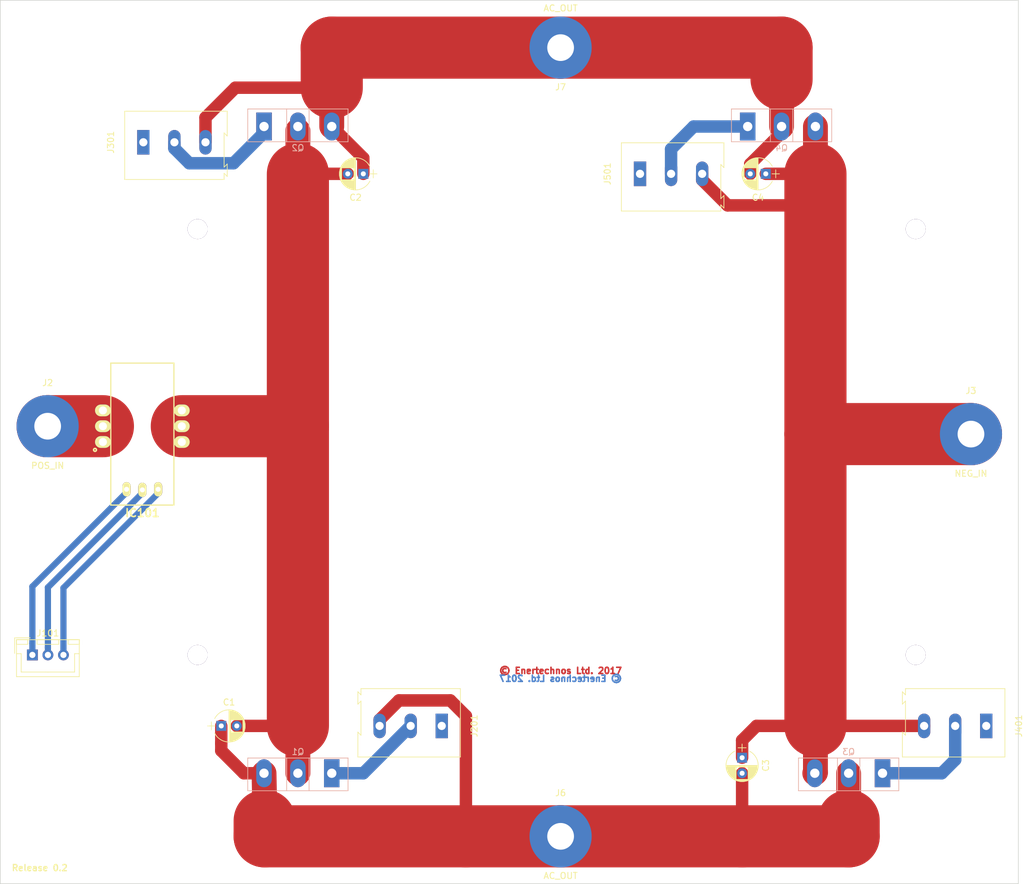
<source format=kicad_pcb>
(kicad_pcb (version 4) (host pcbnew 4.0.7)

  (general
    (links 32)
    (no_connects 4)
    (area 34.239999 17.729999 198.170001 160.070001)
    (thickness 1.6)
    (drawings 39)
    (tracks 86)
    (zones 0)
    (modules 22)
    (nets 17)
  )

  (page A4)
  (title_block
    (title "H-Bridge Power Board")
    (date 2018-04-05)
    (rev "Release 0.2")
    (company "Enertechnos Ltd.")
    (comment 1 "For Approval")
  )

  (layers
    (0 F.Cu mixed)
    (31 B.Cu power)
    (32 B.Adhes user hide)
    (33 F.Adhes user hide)
    (34 B.Paste user hide)
    (35 F.Paste user hide)
    (36 B.SilkS user)
    (37 F.SilkS user)
    (38 B.Mask user)
    (39 F.Mask user)
    (40 Dwgs.User user hide)
    (41 Cmts.User user hide)
    (42 Eco1.User user hide)
    (43 Eco2.User user hide)
    (44 Edge.Cuts user)
    (45 Margin user hide)
    (46 B.CrtYd user hide)
    (47 F.CrtYd user hide)
    (48 B.Fab user hide)
    (49 F.Fab user hide)
  )

  (setup
    (last_trace_width 1)
    (trace_clearance 0.4)
    (zone_clearance 0.508)
    (zone_45_only no)
    (trace_min 0.2)
    (segment_width 0.2)
    (edge_width 0.1)
    (via_size 1.5)
    (via_drill 1)
    (via_min_size 0.4)
    (via_min_drill 0.3)
    (uvia_size 1)
    (uvia_drill 0.5)
    (uvias_allowed no)
    (uvia_min_size 0.2)
    (uvia_min_drill 0.1)
    (pcb_text_width 0.3)
    (pcb_text_size 1.5 1.5)
    (mod_edge_width 0.15)
    (mod_text_size 1 1)
    (mod_text_width 0.15)
    (pad_size 10 10)
    (pad_drill 4.3)
    (pad_to_mask_clearance 0)
    (aux_axis_origin 0 0)
    (visible_elements 7FFFEF7F)
    (pcbplotparams
      (layerselection 0x010f0_80000001)
      (usegerberextensions false)
      (excludeedgelayer true)
      (linewidth 0.100000)
      (plotframeref false)
      (viasonmask false)
      (mode 1)
      (useauxorigin true)
      (hpglpennumber 1)
      (hpglpenspeed 20)
      (hpglpendiameter 15)
      (hpglpenoverlay 2)
      (psnegative false)
      (psa4output false)
      (plotreference true)
      (plotvalue true)
      (plotinvisibletext false)
      (padsonsilk false)
      (subtractmaskfromsilk false)
      (outputformat 1)
      (mirror false)
      (drillshape 0)
      (scaleselection 1)
      (outputdirectory Plot/))
  )

  (net 0 "")
  (net 1 GND_ISO_1)
  (net 2 DRV_GATE_1)
  (net 3 DRV_GATE_2)
  (net 4 DRV_GATE_3)
  (net 5 DRV_GATE_4)
  (net 6 GND_ISO_3)
  (net 7 "/SinglePowerSwitch 1/DRAIN")
  (net 8 GND_ISO_2)
  (net 9 ARD_5V)
  (net 10 ARD_GND)
  (net 11 ARD_CUR)
  (net 12 "Net-(IC101-Pad1)")
  (net 13 "Net-(J201-Pad1)")
  (net 14 "Net-(J301-Pad1)")
  (net 15 "Net-(J401-Pad1)")
  (net 16 "Net-(J501-Pad1)")

  (net_class Default "This is the default net class."
    (clearance 0.4)
    (trace_width 1)
    (via_dia 1.5)
    (via_drill 1)
    (uvia_dia 1)
    (uvia_drill 0.5)
    (add_net "/SinglePowerSwitch 1/DRAIN")
    (add_net ARD_5V)
    (add_net ARD_CUR)
    (add_net ARD_GND)
    (add_net DRV_GATE_1)
    (add_net DRV_GATE_2)
    (add_net DRV_GATE_3)
    (add_net DRV_GATE_4)
    (add_net GND_ISO_1)
    (add_net GND_ISO_2)
    (add_net GND_ISO_3)
    (add_net "Net-(IC101-Pad1)")
    (add_net "Net-(J201-Pad1)")
    (add_net "Net-(J301-Pad1)")
    (add_net "Net-(J401-Pad1)")
    (add_net "Net-(J501-Pad1)")
  )

  (net_class Power ""
    (clearance 1.5)
    (trace_width 5)
    (via_dia 1.5)
    (via_drill 1)
    (uvia_dia 1)
    (uvia_drill 0.5)
  )

  (module PartsLibraries:PowerConnectorRound (layer F.Cu) (tedit 5A2985A4) (tstamp 5A291ED2)
    (at 124.46 152.4 90)
    (path /59AEFF90)
    (fp_text reference J6 (at 6.985 0 180) (layer F.SilkS)
      (effects (font (size 1 1) (thickness 0.15)))
    )
    (fp_text value AC_OUT (at -6.35 0 180) (layer F.SilkS)
      (effects (font (size 1 1) (thickness 0.15)))
    )
    (pad 1 thru_hole circle (at 0 0 90) (size 10 10) (drill 4.3) (layers *.Cu *.Mask)
      (net 1 GND_ISO_1))
  )

  (module PartsLibraries:PowerConnectorRound (layer F.Cu) (tedit 5A298574) (tstamp 5A291ED7)
    (at 124.46 25.4 90)
    (path /59AFA697)
    (fp_text reference J7 (at -6.35 0 180) (layer F.SilkS)
      (effects (font (size 1 1) (thickness 0.15)))
    )
    (fp_text value AC_OUT (at 6.35 0 360) (layer F.SilkS)
      (effects (font (size 1 1) (thickness 0.15)))
    )
    (pad 1 thru_hole circle (at 0 0 90) (size 10 10) (drill 4.3) (layers *.Cu *.Mask)
      (net 8 GND_ISO_2))
  )

  (module PartsLibraries:PowerConnectorRound (layer F.Cu) (tedit 5A298643) (tstamp 5A291ECD)
    (at 190.5 83.63 90)
    (path /5A28246C)
    (fp_text reference J3 (at 2.985 0 180) (layer F.SilkS)
      (effects (font (size 1 1) (thickness 0.15)))
    )
    (fp_text value NEG_IN (at -10.35 0 180) (layer F.SilkS)
      (effects (font (size 1 1) (thickness 0.15)))
    )
    (pad 1 thru_hole circle (at -4 0 90) (size 10 10) (drill 4.3) (layers *.Cu *.Mask)
      (net 6 GND_ISO_3))
  )

  (module PartsLibraries:PowerConnectorRound (layer F.Cu) (tedit 5A29863E) (tstamp 5A291EC8)
    (at 41.91 83.63 90)
    (path /5A28227C)
    (fp_text reference J2 (at 4.255 0 180) (layer F.SilkS)
      (effects (font (size 1 1) (thickness 0.15)))
    )
    (fp_text value POS_IN (at -9.08 0 180) (layer F.SilkS)
      (effects (font (size 1 1) (thickness 0.15)))
    )
    (pad 1 thru_hole circle (at -2.73 0 90) (size 10 10) (drill 4.3) (layers *.Cu *.Mask)
      (net 12 "Net-(IC101-Pad1)"))
  )

  (module TO_SOT_Packages_THT:TO-247_TO-3P_Vertical (layer B.Cu) (tedit 58CE52AE) (tstamp 59AF0986)
    (at 76.73 38.1)
    (descr "TO-247, Vertical, RM 5.45mm, TO-3P")
    (tags "TO-247 Vertical RM 5.45mm TO-3P")
    (path /59AEEDCB/59AEE014)
    (fp_text reference Q2 (at 5.45 3.45) (layer B.SilkS)
      (effects (font (size 1 1) (thickness 0.15)) (justify mirror))
    )
    (fp_text value RFP12N10L (at 5.45 -6.07) (layer B.Fab)
      (effects (font (size 1 1) (thickness 0.15)) (justify mirror))
    )
    (fp_text user %R (at 5.45 3.45) (layer B.Fab)
      (effects (font (size 1 1) (thickness 0.15)) (justify mirror))
    )
    (fp_line (start -2.5 2.33) (end -2.5 -2.7) (layer B.Fab) (width 0.1))
    (fp_line (start -2.5 -2.7) (end 13.4 -2.7) (layer B.Fab) (width 0.1))
    (fp_line (start 13.4 -2.7) (end 13.4 2.33) (layer B.Fab) (width 0.1))
    (fp_line (start 13.4 2.33) (end -2.5 2.33) (layer B.Fab) (width 0.1))
    (fp_line (start 3.645 2.33) (end 3.645 -2.7) (layer B.Fab) (width 0.1))
    (fp_line (start 7.255 2.33) (end 7.255 -2.7) (layer B.Fab) (width 0.1))
    (fp_line (start -2.62 2.451) (end 13.52 2.451) (layer B.SilkS) (width 0.12))
    (fp_line (start -2.62 -2.82) (end 13.52 -2.82) (layer B.SilkS) (width 0.12))
    (fp_line (start -2.62 2.451) (end -2.62 -2.82) (layer B.SilkS) (width 0.12))
    (fp_line (start 13.52 2.451) (end 13.52 -2.82) (layer B.SilkS) (width 0.12))
    (fp_line (start 3.646 2.451) (end 3.646 -2.82) (layer B.SilkS) (width 0.12))
    (fp_line (start 7.255 2.451) (end 7.255 -2.82) (layer B.SilkS) (width 0.12))
    (fp_line (start -2.75 2.59) (end -2.75 -2.95) (layer B.CrtYd) (width 0.05))
    (fp_line (start -2.75 -2.95) (end 13.65 -2.95) (layer B.CrtYd) (width 0.05))
    (fp_line (start 13.65 -2.95) (end 13.65 2.59) (layer B.CrtYd) (width 0.05))
    (fp_line (start 13.65 2.59) (end -2.75 2.59) (layer B.CrtYd) (width 0.05))
    (pad 1 thru_hole rect (at 0 0) (size 2.5 4.5) (drill 1.5) (layers *.Cu *.Mask)
      (net 3 DRV_GATE_2))
    (pad 2 thru_hole oval (at 5.45 0) (size 2.5 4.5) (drill 1.5) (layers *.Cu *.Mask)
      (net 7 "/SinglePowerSwitch 1/DRAIN"))
    (pad 3 thru_hole oval (at 10.9 0) (size 2.5 4.5) (drill 1.5) (layers *.Cu *.Mask)
      (net 8 GND_ISO_2))
    (model ${KISYS3DMOD}/TO_SOT_Packages_THT.3dshapes/TO-247_TO-3P_Vertical.wrl
      (at (xyz 0.212598 0 0))
      (scale (xyz 1 1 1))
      (rotate (xyz 0 0 0))
    )
  )

  (module PartsLibraries:CP_Radial_D5.0mm_P2.50mm (layer F.Cu) (tedit 597BC7C2) (tstamp 59AF0722)
    (at 69.85 134.62)
    (descr "CP, Radial series, Radial, pin pitch=2.50mm, , diameter=5mm, Electrolytic Capacitor")
    (tags "CP Radial series Radial pin pitch 2.50mm  diameter 5mm Electrolytic Capacitor")
    (path /59AEDD49/59AEE01D)
    (fp_text reference C1 (at 1.25 -3.81) (layer F.SilkS)
      (effects (font (size 1 1) (thickness 0.15)))
    )
    (fp_text value C (at 1.25 3.81) (layer F.Fab)
      (effects (font (size 1 1) (thickness 0.15)))
    )
    (fp_arc (start 1.25 0) (end -1.05558 -1.18) (angle 125.8) (layer F.SilkS) (width 0.12))
    (fp_arc (start 1.25 0) (end -1.05558 1.18) (angle -125.8) (layer F.SilkS) (width 0.12))
    (fp_arc (start 1.25 0) (end 3.55558 -1.18) (angle 54.2) (layer F.SilkS) (width 0.12))
    (fp_circle (center 1.25 0) (end 3.75 0) (layer F.Fab) (width 0.1))
    (fp_line (start -2.2 0) (end -1 0) (layer F.Fab) (width 0.1))
    (fp_line (start -1.6 -0.65) (end -1.6 0.65) (layer F.Fab) (width 0.1))
    (fp_line (start 1.25 -2.55) (end 1.25 2.55) (layer F.SilkS) (width 0.12))
    (fp_line (start 1.29 -2.55) (end 1.29 2.55) (layer F.SilkS) (width 0.12))
    (fp_line (start 1.33 -2.549) (end 1.33 2.549) (layer F.SilkS) (width 0.12))
    (fp_line (start 1.37 -2.548) (end 1.37 2.548) (layer F.SilkS) (width 0.12))
    (fp_line (start 1.41 -2.546) (end 1.41 2.546) (layer F.SilkS) (width 0.12))
    (fp_line (start 1.45 -2.543) (end 1.45 2.543) (layer F.SilkS) (width 0.12))
    (fp_line (start 1.49 -2.539) (end 1.49 2.539) (layer F.SilkS) (width 0.12))
    (fp_line (start 1.53 -2.535) (end 1.53 -0.98) (layer F.SilkS) (width 0.12))
    (fp_line (start 1.53 0.98) (end 1.53 2.535) (layer F.SilkS) (width 0.12))
    (fp_line (start 1.57 -2.531) (end 1.57 -0.98) (layer F.SilkS) (width 0.12))
    (fp_line (start 1.57 0.98) (end 1.57 2.531) (layer F.SilkS) (width 0.12))
    (fp_line (start 1.61 -2.525) (end 1.61 -0.98) (layer F.SilkS) (width 0.12))
    (fp_line (start 1.61 0.98) (end 1.61 2.525) (layer F.SilkS) (width 0.12))
    (fp_line (start 1.65 -2.519) (end 1.65 -0.98) (layer F.SilkS) (width 0.12))
    (fp_line (start 1.65 0.98) (end 1.65 2.519) (layer F.SilkS) (width 0.12))
    (fp_line (start 1.69 -2.513) (end 1.69 -0.98) (layer F.SilkS) (width 0.12))
    (fp_line (start 1.69 0.98) (end 1.69 2.513) (layer F.SilkS) (width 0.12))
    (fp_line (start 1.73 -2.506) (end 1.73 -0.98) (layer F.SilkS) (width 0.12))
    (fp_line (start 1.73 0.98) (end 1.73 2.506) (layer F.SilkS) (width 0.12))
    (fp_line (start 1.77 -2.498) (end 1.77 -0.98) (layer F.SilkS) (width 0.12))
    (fp_line (start 1.77 0.98) (end 1.77 2.498) (layer F.SilkS) (width 0.12))
    (fp_line (start 1.81 -2.489) (end 1.81 -0.98) (layer F.SilkS) (width 0.12))
    (fp_line (start 1.81 0.98) (end 1.81 2.489) (layer F.SilkS) (width 0.12))
    (fp_line (start 1.85 -2.48) (end 1.85 -0.98) (layer F.SilkS) (width 0.12))
    (fp_line (start 1.85 0.98) (end 1.85 2.48) (layer F.SilkS) (width 0.12))
    (fp_line (start 1.89 -2.47) (end 1.89 -0.98) (layer F.SilkS) (width 0.12))
    (fp_line (start 1.89 0.98) (end 1.89 2.47) (layer F.SilkS) (width 0.12))
    (fp_line (start 1.93 -2.46) (end 1.93 -0.98) (layer F.SilkS) (width 0.12))
    (fp_line (start 1.93 0.98) (end 1.93 2.46) (layer F.SilkS) (width 0.12))
    (fp_line (start 1.971 -2.448) (end 1.971 -0.98) (layer F.SilkS) (width 0.12))
    (fp_line (start 1.971 0.98) (end 1.971 2.448) (layer F.SilkS) (width 0.12))
    (fp_line (start 2.011 -2.436) (end 2.011 -0.98) (layer F.SilkS) (width 0.12))
    (fp_line (start 2.011 0.98) (end 2.011 2.436) (layer F.SilkS) (width 0.12))
    (fp_line (start 2.051 -2.424) (end 2.051 -0.98) (layer F.SilkS) (width 0.12))
    (fp_line (start 2.051 0.98) (end 2.051 2.424) (layer F.SilkS) (width 0.12))
    (fp_line (start 2.091 -2.41) (end 2.091 -0.98) (layer F.SilkS) (width 0.12))
    (fp_line (start 2.091 0.98) (end 2.091 2.41) (layer F.SilkS) (width 0.12))
    (fp_line (start 2.131 -2.396) (end 2.131 -0.98) (layer F.SilkS) (width 0.12))
    (fp_line (start 2.131 0.98) (end 2.131 2.396) (layer F.SilkS) (width 0.12))
    (fp_line (start 2.171 -2.382) (end 2.171 -0.98) (layer F.SilkS) (width 0.12))
    (fp_line (start 2.171 0.98) (end 2.171 2.382) (layer F.SilkS) (width 0.12))
    (fp_line (start 2.211 -2.366) (end 2.211 -0.98) (layer F.SilkS) (width 0.12))
    (fp_line (start 2.211 0.98) (end 2.211 2.366) (layer F.SilkS) (width 0.12))
    (fp_line (start 2.251 -2.35) (end 2.251 -0.98) (layer F.SilkS) (width 0.12))
    (fp_line (start 2.251 0.98) (end 2.251 2.35) (layer F.SilkS) (width 0.12))
    (fp_line (start 2.291 -2.333) (end 2.291 -0.98) (layer F.SilkS) (width 0.12))
    (fp_line (start 2.291 0.98) (end 2.291 2.333) (layer F.SilkS) (width 0.12))
    (fp_line (start 2.331 -2.315) (end 2.331 -0.98) (layer F.SilkS) (width 0.12))
    (fp_line (start 2.331 0.98) (end 2.331 2.315) (layer F.SilkS) (width 0.12))
    (fp_line (start 2.371 -2.296) (end 2.371 -0.98) (layer F.SilkS) (width 0.12))
    (fp_line (start 2.371 0.98) (end 2.371 2.296) (layer F.SilkS) (width 0.12))
    (fp_line (start 2.411 -2.276) (end 2.411 -0.98) (layer F.SilkS) (width 0.12))
    (fp_line (start 2.411 0.98) (end 2.411 2.276) (layer F.SilkS) (width 0.12))
    (fp_line (start 2.451 -2.256) (end 2.451 -0.98) (layer F.SilkS) (width 0.12))
    (fp_line (start 2.451 0.98) (end 2.451 2.256) (layer F.SilkS) (width 0.12))
    (fp_line (start 2.491 -2.234) (end 2.491 -0.98) (layer F.SilkS) (width 0.12))
    (fp_line (start 2.491 0.98) (end 2.491 2.234) (layer F.SilkS) (width 0.12))
    (fp_line (start 2.531 -2.212) (end 2.531 -0.98) (layer F.SilkS) (width 0.12))
    (fp_line (start 2.531 0.98) (end 2.531 2.212) (layer F.SilkS) (width 0.12))
    (fp_line (start 2.571 -2.189) (end 2.571 -0.98) (layer F.SilkS) (width 0.12))
    (fp_line (start 2.571 0.98) (end 2.571 2.189) (layer F.SilkS) (width 0.12))
    (fp_line (start 2.611 -2.165) (end 2.611 -0.98) (layer F.SilkS) (width 0.12))
    (fp_line (start 2.611 0.98) (end 2.611 2.165) (layer F.SilkS) (width 0.12))
    (fp_line (start 2.651 -2.14) (end 2.651 -0.98) (layer F.SilkS) (width 0.12))
    (fp_line (start 2.651 0.98) (end 2.651 2.14) (layer F.SilkS) (width 0.12))
    (fp_line (start 2.691 -2.113) (end 2.691 -0.98) (layer F.SilkS) (width 0.12))
    (fp_line (start 2.691 0.98) (end 2.691 2.113) (layer F.SilkS) (width 0.12))
    (fp_line (start 2.731 -2.086) (end 2.731 -0.98) (layer F.SilkS) (width 0.12))
    (fp_line (start 2.731 0.98) (end 2.731 2.086) (layer F.SilkS) (width 0.12))
    (fp_line (start 2.771 -2.058) (end 2.771 -0.98) (layer F.SilkS) (width 0.12))
    (fp_line (start 2.771 0.98) (end 2.771 2.058) (layer F.SilkS) (width 0.12))
    (fp_line (start 2.811 -2.028) (end 2.811 -0.98) (layer F.SilkS) (width 0.12))
    (fp_line (start 2.811 0.98) (end 2.811 2.028) (layer F.SilkS) (width 0.12))
    (fp_line (start 2.851 -1.997) (end 2.851 -0.98) (layer F.SilkS) (width 0.12))
    (fp_line (start 2.851 0.98) (end 2.851 1.997) (layer F.SilkS) (width 0.12))
    (fp_line (start 2.891 -1.965) (end 2.891 -0.98) (layer F.SilkS) (width 0.12))
    (fp_line (start 2.891 0.98) (end 2.891 1.965) (layer F.SilkS) (width 0.12))
    (fp_line (start 2.931 -1.932) (end 2.931 -0.98) (layer F.SilkS) (width 0.12))
    (fp_line (start 2.931 0.98) (end 2.931 1.932) (layer F.SilkS) (width 0.12))
    (fp_line (start 2.971 -1.897) (end 2.971 -0.98) (layer F.SilkS) (width 0.12))
    (fp_line (start 2.971 0.98) (end 2.971 1.897) (layer F.SilkS) (width 0.12))
    (fp_line (start 3.011 -1.861) (end 3.011 -0.98) (layer F.SilkS) (width 0.12))
    (fp_line (start 3.011 0.98) (end 3.011 1.861) (layer F.SilkS) (width 0.12))
    (fp_line (start 3.051 -1.823) (end 3.051 -0.98) (layer F.SilkS) (width 0.12))
    (fp_line (start 3.051 0.98) (end 3.051 1.823) (layer F.SilkS) (width 0.12))
    (fp_line (start 3.091 -1.783) (end 3.091 -0.98) (layer F.SilkS) (width 0.12))
    (fp_line (start 3.091 0.98) (end 3.091 1.783) (layer F.SilkS) (width 0.12))
    (fp_line (start 3.131 -1.742) (end 3.131 -0.98) (layer F.SilkS) (width 0.12))
    (fp_line (start 3.131 0.98) (end 3.131 1.742) (layer F.SilkS) (width 0.12))
    (fp_line (start 3.171 -1.699) (end 3.171 -0.98) (layer F.SilkS) (width 0.12))
    (fp_line (start 3.171 0.98) (end 3.171 1.699) (layer F.SilkS) (width 0.12))
    (fp_line (start 3.211 -1.654) (end 3.211 -0.98) (layer F.SilkS) (width 0.12))
    (fp_line (start 3.211 0.98) (end 3.211 1.654) (layer F.SilkS) (width 0.12))
    (fp_line (start 3.251 -1.606) (end 3.251 -0.98) (layer F.SilkS) (width 0.12))
    (fp_line (start 3.251 0.98) (end 3.251 1.606) (layer F.SilkS) (width 0.12))
    (fp_line (start 3.291 -1.556) (end 3.291 -0.98) (layer F.SilkS) (width 0.12))
    (fp_line (start 3.291 0.98) (end 3.291 1.556) (layer F.SilkS) (width 0.12))
    (fp_line (start 3.331 -1.504) (end 3.331 -0.98) (layer F.SilkS) (width 0.12))
    (fp_line (start 3.331 0.98) (end 3.331 1.504) (layer F.SilkS) (width 0.12))
    (fp_line (start 3.371 -1.448) (end 3.371 -0.98) (layer F.SilkS) (width 0.12))
    (fp_line (start 3.371 0.98) (end 3.371 1.448) (layer F.SilkS) (width 0.12))
    (fp_line (start 3.411 -1.39) (end 3.411 -0.98) (layer F.SilkS) (width 0.12))
    (fp_line (start 3.411 0.98) (end 3.411 1.39) (layer F.SilkS) (width 0.12))
    (fp_line (start 3.451 -1.327) (end 3.451 -0.98) (layer F.SilkS) (width 0.12))
    (fp_line (start 3.451 0.98) (end 3.451 1.327) (layer F.SilkS) (width 0.12))
    (fp_line (start 3.491 -1.261) (end 3.491 1.261) (layer F.SilkS) (width 0.12))
    (fp_line (start 3.531 -1.189) (end 3.531 1.189) (layer F.SilkS) (width 0.12))
    (fp_line (start 3.571 -1.112) (end 3.571 1.112) (layer F.SilkS) (width 0.12))
    (fp_line (start 3.611 -1.028) (end 3.611 1.028) (layer F.SilkS) (width 0.12))
    (fp_line (start 3.651 -0.934) (end 3.651 0.934) (layer F.SilkS) (width 0.12))
    (fp_line (start 3.691 -0.829) (end 3.691 0.829) (layer F.SilkS) (width 0.12))
    (fp_line (start 3.731 -0.707) (end 3.731 0.707) (layer F.SilkS) (width 0.12))
    (fp_line (start 3.771 -0.559) (end 3.771 0.559) (layer F.SilkS) (width 0.12))
    (fp_line (start 3.811 -0.354) (end 3.811 0.354) (layer F.SilkS) (width 0.12))
    (fp_line (start -2.2 0) (end -1 0) (layer F.SilkS) (width 0.12))
    (fp_line (start -1.6 -0.65) (end -1.6 0.65) (layer F.SilkS) (width 0.12))
    (fp_line (start -1.6 -2.85) (end -1.6 2.85) (layer F.CrtYd) (width 0.05))
    (fp_line (start -1.6 2.85) (end 4.1 2.85) (layer F.CrtYd) (width 0.05))
    (fp_line (start 4.1 2.85) (end 4.1 -2.85) (layer F.CrtYd) (width 0.05))
    (fp_line (start 4.1 -2.85) (end -1.6 -2.85) (layer F.CrtYd) (width 0.05))
    (fp_text user %R (at 1.25 0) (layer F.Fab)
      (effects (font (size 1 1) (thickness 0.15)))
    )
    (pad 1 thru_hole rect (at 0 0) (size 1.6 1.6) (drill 0.8) (layers *.Cu *.Mask)
      (net 1 GND_ISO_1))
    (pad 2 thru_hole circle (at 2.5 0) (size 1.6 1.6) (drill 0.8) (layers *.Cu *.Mask)
      (net 7 "/SinglePowerSwitch 1/DRAIN"))
    (model ${KISYS3DMOD}/Capacitors_THT.3dshapes/CP_Radial_D5.0mm_P2.50mm.wrl
      (at (xyz 0 0 0))
      (scale (xyz 1 1 1))
      (rotate (xyz 0 0 0))
    )
  )

  (module PartsLibraries:CP_Radial_D5.0mm_P2.50mm (layer F.Cu) (tedit 597BC7C2) (tstamp 59AF082C)
    (at 153.67 139.74 270)
    (descr "CP, Radial series, Radial, pin pitch=2.50mm, , diameter=5mm, Electrolytic Capacitor")
    (tags "CP Radial series Radial pin pitch 2.50mm  diameter 5mm Electrolytic Capacitor")
    (path /59AEEFC6/59AEE01D)
    (fp_text reference C3 (at 1.25 -3.81 270) (layer F.SilkS)
      (effects (font (size 1 1) (thickness 0.15)))
    )
    (fp_text value C (at 1.25 3.81 270) (layer F.Fab)
      (effects (font (size 1 1) (thickness 0.15)))
    )
    (fp_arc (start 1.25 0) (end -1.05558 -1.18) (angle 125.8) (layer F.SilkS) (width 0.12))
    (fp_arc (start 1.25 0) (end -1.05558 1.18) (angle -125.8) (layer F.SilkS) (width 0.12))
    (fp_arc (start 1.25 0) (end 3.55558 -1.18) (angle 54.2) (layer F.SilkS) (width 0.12))
    (fp_circle (center 1.25 0) (end 3.75 0) (layer F.Fab) (width 0.1))
    (fp_line (start -2.2 0) (end -1 0) (layer F.Fab) (width 0.1))
    (fp_line (start -1.6 -0.65) (end -1.6 0.65) (layer F.Fab) (width 0.1))
    (fp_line (start 1.25 -2.55) (end 1.25 2.55) (layer F.SilkS) (width 0.12))
    (fp_line (start 1.29 -2.55) (end 1.29 2.55) (layer F.SilkS) (width 0.12))
    (fp_line (start 1.33 -2.549) (end 1.33 2.549) (layer F.SilkS) (width 0.12))
    (fp_line (start 1.37 -2.548) (end 1.37 2.548) (layer F.SilkS) (width 0.12))
    (fp_line (start 1.41 -2.546) (end 1.41 2.546) (layer F.SilkS) (width 0.12))
    (fp_line (start 1.45 -2.543) (end 1.45 2.543) (layer F.SilkS) (width 0.12))
    (fp_line (start 1.49 -2.539) (end 1.49 2.539) (layer F.SilkS) (width 0.12))
    (fp_line (start 1.53 -2.535) (end 1.53 -0.98) (layer F.SilkS) (width 0.12))
    (fp_line (start 1.53 0.98) (end 1.53 2.535) (layer F.SilkS) (width 0.12))
    (fp_line (start 1.57 -2.531) (end 1.57 -0.98) (layer F.SilkS) (width 0.12))
    (fp_line (start 1.57 0.98) (end 1.57 2.531) (layer F.SilkS) (width 0.12))
    (fp_line (start 1.61 -2.525) (end 1.61 -0.98) (layer F.SilkS) (width 0.12))
    (fp_line (start 1.61 0.98) (end 1.61 2.525) (layer F.SilkS) (width 0.12))
    (fp_line (start 1.65 -2.519) (end 1.65 -0.98) (layer F.SilkS) (width 0.12))
    (fp_line (start 1.65 0.98) (end 1.65 2.519) (layer F.SilkS) (width 0.12))
    (fp_line (start 1.69 -2.513) (end 1.69 -0.98) (layer F.SilkS) (width 0.12))
    (fp_line (start 1.69 0.98) (end 1.69 2.513) (layer F.SilkS) (width 0.12))
    (fp_line (start 1.73 -2.506) (end 1.73 -0.98) (layer F.SilkS) (width 0.12))
    (fp_line (start 1.73 0.98) (end 1.73 2.506) (layer F.SilkS) (width 0.12))
    (fp_line (start 1.77 -2.498) (end 1.77 -0.98) (layer F.SilkS) (width 0.12))
    (fp_line (start 1.77 0.98) (end 1.77 2.498) (layer F.SilkS) (width 0.12))
    (fp_line (start 1.81 -2.489) (end 1.81 -0.98) (layer F.SilkS) (width 0.12))
    (fp_line (start 1.81 0.98) (end 1.81 2.489) (layer F.SilkS) (width 0.12))
    (fp_line (start 1.85 -2.48) (end 1.85 -0.98) (layer F.SilkS) (width 0.12))
    (fp_line (start 1.85 0.98) (end 1.85 2.48) (layer F.SilkS) (width 0.12))
    (fp_line (start 1.89 -2.47) (end 1.89 -0.98) (layer F.SilkS) (width 0.12))
    (fp_line (start 1.89 0.98) (end 1.89 2.47) (layer F.SilkS) (width 0.12))
    (fp_line (start 1.93 -2.46) (end 1.93 -0.98) (layer F.SilkS) (width 0.12))
    (fp_line (start 1.93 0.98) (end 1.93 2.46) (layer F.SilkS) (width 0.12))
    (fp_line (start 1.971 -2.448) (end 1.971 -0.98) (layer F.SilkS) (width 0.12))
    (fp_line (start 1.971 0.98) (end 1.971 2.448) (layer F.SilkS) (width 0.12))
    (fp_line (start 2.011 -2.436) (end 2.011 -0.98) (layer F.SilkS) (width 0.12))
    (fp_line (start 2.011 0.98) (end 2.011 2.436) (layer F.SilkS) (width 0.12))
    (fp_line (start 2.051 -2.424) (end 2.051 -0.98) (layer F.SilkS) (width 0.12))
    (fp_line (start 2.051 0.98) (end 2.051 2.424) (layer F.SilkS) (width 0.12))
    (fp_line (start 2.091 -2.41) (end 2.091 -0.98) (layer F.SilkS) (width 0.12))
    (fp_line (start 2.091 0.98) (end 2.091 2.41) (layer F.SilkS) (width 0.12))
    (fp_line (start 2.131 -2.396) (end 2.131 -0.98) (layer F.SilkS) (width 0.12))
    (fp_line (start 2.131 0.98) (end 2.131 2.396) (layer F.SilkS) (width 0.12))
    (fp_line (start 2.171 -2.382) (end 2.171 -0.98) (layer F.SilkS) (width 0.12))
    (fp_line (start 2.171 0.98) (end 2.171 2.382) (layer F.SilkS) (width 0.12))
    (fp_line (start 2.211 -2.366) (end 2.211 -0.98) (layer F.SilkS) (width 0.12))
    (fp_line (start 2.211 0.98) (end 2.211 2.366) (layer F.SilkS) (width 0.12))
    (fp_line (start 2.251 -2.35) (end 2.251 -0.98) (layer F.SilkS) (width 0.12))
    (fp_line (start 2.251 0.98) (end 2.251 2.35) (layer F.SilkS) (width 0.12))
    (fp_line (start 2.291 -2.333) (end 2.291 -0.98) (layer F.SilkS) (width 0.12))
    (fp_line (start 2.291 0.98) (end 2.291 2.333) (layer F.SilkS) (width 0.12))
    (fp_line (start 2.331 -2.315) (end 2.331 -0.98) (layer F.SilkS) (width 0.12))
    (fp_line (start 2.331 0.98) (end 2.331 2.315) (layer F.SilkS) (width 0.12))
    (fp_line (start 2.371 -2.296) (end 2.371 -0.98) (layer F.SilkS) (width 0.12))
    (fp_line (start 2.371 0.98) (end 2.371 2.296) (layer F.SilkS) (width 0.12))
    (fp_line (start 2.411 -2.276) (end 2.411 -0.98) (layer F.SilkS) (width 0.12))
    (fp_line (start 2.411 0.98) (end 2.411 2.276) (layer F.SilkS) (width 0.12))
    (fp_line (start 2.451 -2.256) (end 2.451 -0.98) (layer F.SilkS) (width 0.12))
    (fp_line (start 2.451 0.98) (end 2.451 2.256) (layer F.SilkS) (width 0.12))
    (fp_line (start 2.491 -2.234) (end 2.491 -0.98) (layer F.SilkS) (width 0.12))
    (fp_line (start 2.491 0.98) (end 2.491 2.234) (layer F.SilkS) (width 0.12))
    (fp_line (start 2.531 -2.212) (end 2.531 -0.98) (layer F.SilkS) (width 0.12))
    (fp_line (start 2.531 0.98) (end 2.531 2.212) (layer F.SilkS) (width 0.12))
    (fp_line (start 2.571 -2.189) (end 2.571 -0.98) (layer F.SilkS) (width 0.12))
    (fp_line (start 2.571 0.98) (end 2.571 2.189) (layer F.SilkS) (width 0.12))
    (fp_line (start 2.611 -2.165) (end 2.611 -0.98) (layer F.SilkS) (width 0.12))
    (fp_line (start 2.611 0.98) (end 2.611 2.165) (layer F.SilkS) (width 0.12))
    (fp_line (start 2.651 -2.14) (end 2.651 -0.98) (layer F.SilkS) (width 0.12))
    (fp_line (start 2.651 0.98) (end 2.651 2.14) (layer F.SilkS) (width 0.12))
    (fp_line (start 2.691 -2.113) (end 2.691 -0.98) (layer F.SilkS) (width 0.12))
    (fp_line (start 2.691 0.98) (end 2.691 2.113) (layer F.SilkS) (width 0.12))
    (fp_line (start 2.731 -2.086) (end 2.731 -0.98) (layer F.SilkS) (width 0.12))
    (fp_line (start 2.731 0.98) (end 2.731 2.086) (layer F.SilkS) (width 0.12))
    (fp_line (start 2.771 -2.058) (end 2.771 -0.98) (layer F.SilkS) (width 0.12))
    (fp_line (start 2.771 0.98) (end 2.771 2.058) (layer F.SilkS) (width 0.12))
    (fp_line (start 2.811 -2.028) (end 2.811 -0.98) (layer F.SilkS) (width 0.12))
    (fp_line (start 2.811 0.98) (end 2.811 2.028) (layer F.SilkS) (width 0.12))
    (fp_line (start 2.851 -1.997) (end 2.851 -0.98) (layer F.SilkS) (width 0.12))
    (fp_line (start 2.851 0.98) (end 2.851 1.997) (layer F.SilkS) (width 0.12))
    (fp_line (start 2.891 -1.965) (end 2.891 -0.98) (layer F.SilkS) (width 0.12))
    (fp_line (start 2.891 0.98) (end 2.891 1.965) (layer F.SilkS) (width 0.12))
    (fp_line (start 2.931 -1.932) (end 2.931 -0.98) (layer F.SilkS) (width 0.12))
    (fp_line (start 2.931 0.98) (end 2.931 1.932) (layer F.SilkS) (width 0.12))
    (fp_line (start 2.971 -1.897) (end 2.971 -0.98) (layer F.SilkS) (width 0.12))
    (fp_line (start 2.971 0.98) (end 2.971 1.897) (layer F.SilkS) (width 0.12))
    (fp_line (start 3.011 -1.861) (end 3.011 -0.98) (layer F.SilkS) (width 0.12))
    (fp_line (start 3.011 0.98) (end 3.011 1.861) (layer F.SilkS) (width 0.12))
    (fp_line (start 3.051 -1.823) (end 3.051 -0.98) (layer F.SilkS) (width 0.12))
    (fp_line (start 3.051 0.98) (end 3.051 1.823) (layer F.SilkS) (width 0.12))
    (fp_line (start 3.091 -1.783) (end 3.091 -0.98) (layer F.SilkS) (width 0.12))
    (fp_line (start 3.091 0.98) (end 3.091 1.783) (layer F.SilkS) (width 0.12))
    (fp_line (start 3.131 -1.742) (end 3.131 -0.98) (layer F.SilkS) (width 0.12))
    (fp_line (start 3.131 0.98) (end 3.131 1.742) (layer F.SilkS) (width 0.12))
    (fp_line (start 3.171 -1.699) (end 3.171 -0.98) (layer F.SilkS) (width 0.12))
    (fp_line (start 3.171 0.98) (end 3.171 1.699) (layer F.SilkS) (width 0.12))
    (fp_line (start 3.211 -1.654) (end 3.211 -0.98) (layer F.SilkS) (width 0.12))
    (fp_line (start 3.211 0.98) (end 3.211 1.654) (layer F.SilkS) (width 0.12))
    (fp_line (start 3.251 -1.606) (end 3.251 -0.98) (layer F.SilkS) (width 0.12))
    (fp_line (start 3.251 0.98) (end 3.251 1.606) (layer F.SilkS) (width 0.12))
    (fp_line (start 3.291 -1.556) (end 3.291 -0.98) (layer F.SilkS) (width 0.12))
    (fp_line (start 3.291 0.98) (end 3.291 1.556) (layer F.SilkS) (width 0.12))
    (fp_line (start 3.331 -1.504) (end 3.331 -0.98) (layer F.SilkS) (width 0.12))
    (fp_line (start 3.331 0.98) (end 3.331 1.504) (layer F.SilkS) (width 0.12))
    (fp_line (start 3.371 -1.448) (end 3.371 -0.98) (layer F.SilkS) (width 0.12))
    (fp_line (start 3.371 0.98) (end 3.371 1.448) (layer F.SilkS) (width 0.12))
    (fp_line (start 3.411 -1.39) (end 3.411 -0.98) (layer F.SilkS) (width 0.12))
    (fp_line (start 3.411 0.98) (end 3.411 1.39) (layer F.SilkS) (width 0.12))
    (fp_line (start 3.451 -1.327) (end 3.451 -0.98) (layer F.SilkS) (width 0.12))
    (fp_line (start 3.451 0.98) (end 3.451 1.327) (layer F.SilkS) (width 0.12))
    (fp_line (start 3.491 -1.261) (end 3.491 1.261) (layer F.SilkS) (width 0.12))
    (fp_line (start 3.531 -1.189) (end 3.531 1.189) (layer F.SilkS) (width 0.12))
    (fp_line (start 3.571 -1.112) (end 3.571 1.112) (layer F.SilkS) (width 0.12))
    (fp_line (start 3.611 -1.028) (end 3.611 1.028) (layer F.SilkS) (width 0.12))
    (fp_line (start 3.651 -0.934) (end 3.651 0.934) (layer F.SilkS) (width 0.12))
    (fp_line (start 3.691 -0.829) (end 3.691 0.829) (layer F.SilkS) (width 0.12))
    (fp_line (start 3.731 -0.707) (end 3.731 0.707) (layer F.SilkS) (width 0.12))
    (fp_line (start 3.771 -0.559) (end 3.771 0.559) (layer F.SilkS) (width 0.12))
    (fp_line (start 3.811 -0.354) (end 3.811 0.354) (layer F.SilkS) (width 0.12))
    (fp_line (start -2.2 0) (end -1 0) (layer F.SilkS) (width 0.12))
    (fp_line (start -1.6 -0.65) (end -1.6 0.65) (layer F.SilkS) (width 0.12))
    (fp_line (start -1.6 -2.85) (end -1.6 2.85) (layer F.CrtYd) (width 0.05))
    (fp_line (start -1.6 2.85) (end 4.1 2.85) (layer F.CrtYd) (width 0.05))
    (fp_line (start 4.1 2.85) (end 4.1 -2.85) (layer F.CrtYd) (width 0.05))
    (fp_line (start 4.1 -2.85) (end -1.6 -2.85) (layer F.CrtYd) (width 0.05))
    (fp_text user %R (at 1.25 0 270) (layer F.Fab)
      (effects (font (size 1 1) (thickness 0.15)))
    )
    (pad 1 thru_hole rect (at 0 0 270) (size 1.6 1.6) (drill 0.8) (layers *.Cu *.Mask)
      (net 6 GND_ISO_3))
    (pad 2 thru_hole circle (at 2.5 0 270) (size 1.6 1.6) (drill 0.8) (layers *.Cu *.Mask)
      (net 1 GND_ISO_1))
    (model ${KISYS3DMOD}/Capacitors_THT.3dshapes/CP_Radial_D5.0mm_P2.50mm.wrl
      (at (xyz 0 0 0))
      (scale (xyz 1 1 1))
      (rotate (xyz 0 0 0))
    )
  )

  (module PartsLibraries:CP_Radial_D5.0mm_P2.50mm (layer F.Cu) (tedit 597BC7C2) (tstamp 59AF07A7)
    (at 92.71 45.72 180)
    (descr "CP, Radial series, Radial, pin pitch=2.50mm, , diameter=5mm, Electrolytic Capacitor")
    (tags "CP Radial series Radial pin pitch 2.50mm  diameter 5mm Electrolytic Capacitor")
    (path /59AEEDCB/59AEE01D)
    (fp_text reference C2 (at 1.25 -3.81 180) (layer F.SilkS)
      (effects (font (size 1 1) (thickness 0.15)))
    )
    (fp_text value C (at 1.25 3.81 180) (layer F.Fab)
      (effects (font (size 1 1) (thickness 0.15)))
    )
    (fp_arc (start 1.25 0) (end -1.05558 -1.18) (angle 125.8) (layer F.SilkS) (width 0.12))
    (fp_arc (start 1.25 0) (end -1.05558 1.18) (angle -125.8) (layer F.SilkS) (width 0.12))
    (fp_arc (start 1.25 0) (end 3.55558 -1.18) (angle 54.2) (layer F.SilkS) (width 0.12))
    (fp_circle (center 1.25 0) (end 3.75 0) (layer F.Fab) (width 0.1))
    (fp_line (start -2.2 0) (end -1 0) (layer F.Fab) (width 0.1))
    (fp_line (start -1.6 -0.65) (end -1.6 0.65) (layer F.Fab) (width 0.1))
    (fp_line (start 1.25 -2.55) (end 1.25 2.55) (layer F.SilkS) (width 0.12))
    (fp_line (start 1.29 -2.55) (end 1.29 2.55) (layer F.SilkS) (width 0.12))
    (fp_line (start 1.33 -2.549) (end 1.33 2.549) (layer F.SilkS) (width 0.12))
    (fp_line (start 1.37 -2.548) (end 1.37 2.548) (layer F.SilkS) (width 0.12))
    (fp_line (start 1.41 -2.546) (end 1.41 2.546) (layer F.SilkS) (width 0.12))
    (fp_line (start 1.45 -2.543) (end 1.45 2.543) (layer F.SilkS) (width 0.12))
    (fp_line (start 1.49 -2.539) (end 1.49 2.539) (layer F.SilkS) (width 0.12))
    (fp_line (start 1.53 -2.535) (end 1.53 -0.98) (layer F.SilkS) (width 0.12))
    (fp_line (start 1.53 0.98) (end 1.53 2.535) (layer F.SilkS) (width 0.12))
    (fp_line (start 1.57 -2.531) (end 1.57 -0.98) (layer F.SilkS) (width 0.12))
    (fp_line (start 1.57 0.98) (end 1.57 2.531) (layer F.SilkS) (width 0.12))
    (fp_line (start 1.61 -2.525) (end 1.61 -0.98) (layer F.SilkS) (width 0.12))
    (fp_line (start 1.61 0.98) (end 1.61 2.525) (layer F.SilkS) (width 0.12))
    (fp_line (start 1.65 -2.519) (end 1.65 -0.98) (layer F.SilkS) (width 0.12))
    (fp_line (start 1.65 0.98) (end 1.65 2.519) (layer F.SilkS) (width 0.12))
    (fp_line (start 1.69 -2.513) (end 1.69 -0.98) (layer F.SilkS) (width 0.12))
    (fp_line (start 1.69 0.98) (end 1.69 2.513) (layer F.SilkS) (width 0.12))
    (fp_line (start 1.73 -2.506) (end 1.73 -0.98) (layer F.SilkS) (width 0.12))
    (fp_line (start 1.73 0.98) (end 1.73 2.506) (layer F.SilkS) (width 0.12))
    (fp_line (start 1.77 -2.498) (end 1.77 -0.98) (layer F.SilkS) (width 0.12))
    (fp_line (start 1.77 0.98) (end 1.77 2.498) (layer F.SilkS) (width 0.12))
    (fp_line (start 1.81 -2.489) (end 1.81 -0.98) (layer F.SilkS) (width 0.12))
    (fp_line (start 1.81 0.98) (end 1.81 2.489) (layer F.SilkS) (width 0.12))
    (fp_line (start 1.85 -2.48) (end 1.85 -0.98) (layer F.SilkS) (width 0.12))
    (fp_line (start 1.85 0.98) (end 1.85 2.48) (layer F.SilkS) (width 0.12))
    (fp_line (start 1.89 -2.47) (end 1.89 -0.98) (layer F.SilkS) (width 0.12))
    (fp_line (start 1.89 0.98) (end 1.89 2.47) (layer F.SilkS) (width 0.12))
    (fp_line (start 1.93 -2.46) (end 1.93 -0.98) (layer F.SilkS) (width 0.12))
    (fp_line (start 1.93 0.98) (end 1.93 2.46) (layer F.SilkS) (width 0.12))
    (fp_line (start 1.971 -2.448) (end 1.971 -0.98) (layer F.SilkS) (width 0.12))
    (fp_line (start 1.971 0.98) (end 1.971 2.448) (layer F.SilkS) (width 0.12))
    (fp_line (start 2.011 -2.436) (end 2.011 -0.98) (layer F.SilkS) (width 0.12))
    (fp_line (start 2.011 0.98) (end 2.011 2.436) (layer F.SilkS) (width 0.12))
    (fp_line (start 2.051 -2.424) (end 2.051 -0.98) (layer F.SilkS) (width 0.12))
    (fp_line (start 2.051 0.98) (end 2.051 2.424) (layer F.SilkS) (width 0.12))
    (fp_line (start 2.091 -2.41) (end 2.091 -0.98) (layer F.SilkS) (width 0.12))
    (fp_line (start 2.091 0.98) (end 2.091 2.41) (layer F.SilkS) (width 0.12))
    (fp_line (start 2.131 -2.396) (end 2.131 -0.98) (layer F.SilkS) (width 0.12))
    (fp_line (start 2.131 0.98) (end 2.131 2.396) (layer F.SilkS) (width 0.12))
    (fp_line (start 2.171 -2.382) (end 2.171 -0.98) (layer F.SilkS) (width 0.12))
    (fp_line (start 2.171 0.98) (end 2.171 2.382) (layer F.SilkS) (width 0.12))
    (fp_line (start 2.211 -2.366) (end 2.211 -0.98) (layer F.SilkS) (width 0.12))
    (fp_line (start 2.211 0.98) (end 2.211 2.366) (layer F.SilkS) (width 0.12))
    (fp_line (start 2.251 -2.35) (end 2.251 -0.98) (layer F.SilkS) (width 0.12))
    (fp_line (start 2.251 0.98) (end 2.251 2.35) (layer F.SilkS) (width 0.12))
    (fp_line (start 2.291 -2.333) (end 2.291 -0.98) (layer F.SilkS) (width 0.12))
    (fp_line (start 2.291 0.98) (end 2.291 2.333) (layer F.SilkS) (width 0.12))
    (fp_line (start 2.331 -2.315) (end 2.331 -0.98) (layer F.SilkS) (width 0.12))
    (fp_line (start 2.331 0.98) (end 2.331 2.315) (layer F.SilkS) (width 0.12))
    (fp_line (start 2.371 -2.296) (end 2.371 -0.98) (layer F.SilkS) (width 0.12))
    (fp_line (start 2.371 0.98) (end 2.371 2.296) (layer F.SilkS) (width 0.12))
    (fp_line (start 2.411 -2.276) (end 2.411 -0.98) (layer F.SilkS) (width 0.12))
    (fp_line (start 2.411 0.98) (end 2.411 2.276) (layer F.SilkS) (width 0.12))
    (fp_line (start 2.451 -2.256) (end 2.451 -0.98) (layer F.SilkS) (width 0.12))
    (fp_line (start 2.451 0.98) (end 2.451 2.256) (layer F.SilkS) (width 0.12))
    (fp_line (start 2.491 -2.234) (end 2.491 -0.98) (layer F.SilkS) (width 0.12))
    (fp_line (start 2.491 0.98) (end 2.491 2.234) (layer F.SilkS) (width 0.12))
    (fp_line (start 2.531 -2.212) (end 2.531 -0.98) (layer F.SilkS) (width 0.12))
    (fp_line (start 2.531 0.98) (end 2.531 2.212) (layer F.SilkS) (width 0.12))
    (fp_line (start 2.571 -2.189) (end 2.571 -0.98) (layer F.SilkS) (width 0.12))
    (fp_line (start 2.571 0.98) (end 2.571 2.189) (layer F.SilkS) (width 0.12))
    (fp_line (start 2.611 -2.165) (end 2.611 -0.98) (layer F.SilkS) (width 0.12))
    (fp_line (start 2.611 0.98) (end 2.611 2.165) (layer F.SilkS) (width 0.12))
    (fp_line (start 2.651 -2.14) (end 2.651 -0.98) (layer F.SilkS) (width 0.12))
    (fp_line (start 2.651 0.98) (end 2.651 2.14) (layer F.SilkS) (width 0.12))
    (fp_line (start 2.691 -2.113) (end 2.691 -0.98) (layer F.SilkS) (width 0.12))
    (fp_line (start 2.691 0.98) (end 2.691 2.113) (layer F.SilkS) (width 0.12))
    (fp_line (start 2.731 -2.086) (end 2.731 -0.98) (layer F.SilkS) (width 0.12))
    (fp_line (start 2.731 0.98) (end 2.731 2.086) (layer F.SilkS) (width 0.12))
    (fp_line (start 2.771 -2.058) (end 2.771 -0.98) (layer F.SilkS) (width 0.12))
    (fp_line (start 2.771 0.98) (end 2.771 2.058) (layer F.SilkS) (width 0.12))
    (fp_line (start 2.811 -2.028) (end 2.811 -0.98) (layer F.SilkS) (width 0.12))
    (fp_line (start 2.811 0.98) (end 2.811 2.028) (layer F.SilkS) (width 0.12))
    (fp_line (start 2.851 -1.997) (end 2.851 -0.98) (layer F.SilkS) (width 0.12))
    (fp_line (start 2.851 0.98) (end 2.851 1.997) (layer F.SilkS) (width 0.12))
    (fp_line (start 2.891 -1.965) (end 2.891 -0.98) (layer F.SilkS) (width 0.12))
    (fp_line (start 2.891 0.98) (end 2.891 1.965) (layer F.SilkS) (width 0.12))
    (fp_line (start 2.931 -1.932) (end 2.931 -0.98) (layer F.SilkS) (width 0.12))
    (fp_line (start 2.931 0.98) (end 2.931 1.932) (layer F.SilkS) (width 0.12))
    (fp_line (start 2.971 -1.897) (end 2.971 -0.98) (layer F.SilkS) (width 0.12))
    (fp_line (start 2.971 0.98) (end 2.971 1.897) (layer F.SilkS) (width 0.12))
    (fp_line (start 3.011 -1.861) (end 3.011 -0.98) (layer F.SilkS) (width 0.12))
    (fp_line (start 3.011 0.98) (end 3.011 1.861) (layer F.SilkS) (width 0.12))
    (fp_line (start 3.051 -1.823) (end 3.051 -0.98) (layer F.SilkS) (width 0.12))
    (fp_line (start 3.051 0.98) (end 3.051 1.823) (layer F.SilkS) (width 0.12))
    (fp_line (start 3.091 -1.783) (end 3.091 -0.98) (layer F.SilkS) (width 0.12))
    (fp_line (start 3.091 0.98) (end 3.091 1.783) (layer F.SilkS) (width 0.12))
    (fp_line (start 3.131 -1.742) (end 3.131 -0.98) (layer F.SilkS) (width 0.12))
    (fp_line (start 3.131 0.98) (end 3.131 1.742) (layer F.SilkS) (width 0.12))
    (fp_line (start 3.171 -1.699) (end 3.171 -0.98) (layer F.SilkS) (width 0.12))
    (fp_line (start 3.171 0.98) (end 3.171 1.699) (layer F.SilkS) (width 0.12))
    (fp_line (start 3.211 -1.654) (end 3.211 -0.98) (layer F.SilkS) (width 0.12))
    (fp_line (start 3.211 0.98) (end 3.211 1.654) (layer F.SilkS) (width 0.12))
    (fp_line (start 3.251 -1.606) (end 3.251 -0.98) (layer F.SilkS) (width 0.12))
    (fp_line (start 3.251 0.98) (end 3.251 1.606) (layer F.SilkS) (width 0.12))
    (fp_line (start 3.291 -1.556) (end 3.291 -0.98) (layer F.SilkS) (width 0.12))
    (fp_line (start 3.291 0.98) (end 3.291 1.556) (layer F.SilkS) (width 0.12))
    (fp_line (start 3.331 -1.504) (end 3.331 -0.98) (layer F.SilkS) (width 0.12))
    (fp_line (start 3.331 0.98) (end 3.331 1.504) (layer F.SilkS) (width 0.12))
    (fp_line (start 3.371 -1.448) (end 3.371 -0.98) (layer F.SilkS) (width 0.12))
    (fp_line (start 3.371 0.98) (end 3.371 1.448) (layer F.SilkS) (width 0.12))
    (fp_line (start 3.411 -1.39) (end 3.411 -0.98) (layer F.SilkS) (width 0.12))
    (fp_line (start 3.411 0.98) (end 3.411 1.39) (layer F.SilkS) (width 0.12))
    (fp_line (start 3.451 -1.327) (end 3.451 -0.98) (layer F.SilkS) (width 0.12))
    (fp_line (start 3.451 0.98) (end 3.451 1.327) (layer F.SilkS) (width 0.12))
    (fp_line (start 3.491 -1.261) (end 3.491 1.261) (layer F.SilkS) (width 0.12))
    (fp_line (start 3.531 -1.189) (end 3.531 1.189) (layer F.SilkS) (width 0.12))
    (fp_line (start 3.571 -1.112) (end 3.571 1.112) (layer F.SilkS) (width 0.12))
    (fp_line (start 3.611 -1.028) (end 3.611 1.028) (layer F.SilkS) (width 0.12))
    (fp_line (start 3.651 -0.934) (end 3.651 0.934) (layer F.SilkS) (width 0.12))
    (fp_line (start 3.691 -0.829) (end 3.691 0.829) (layer F.SilkS) (width 0.12))
    (fp_line (start 3.731 -0.707) (end 3.731 0.707) (layer F.SilkS) (width 0.12))
    (fp_line (start 3.771 -0.559) (end 3.771 0.559) (layer F.SilkS) (width 0.12))
    (fp_line (start 3.811 -0.354) (end 3.811 0.354) (layer F.SilkS) (width 0.12))
    (fp_line (start -2.2 0) (end -1 0) (layer F.SilkS) (width 0.12))
    (fp_line (start -1.6 -0.65) (end -1.6 0.65) (layer F.SilkS) (width 0.12))
    (fp_line (start -1.6 -2.85) (end -1.6 2.85) (layer F.CrtYd) (width 0.05))
    (fp_line (start -1.6 2.85) (end 4.1 2.85) (layer F.CrtYd) (width 0.05))
    (fp_line (start 4.1 2.85) (end 4.1 -2.85) (layer F.CrtYd) (width 0.05))
    (fp_line (start 4.1 -2.85) (end -1.6 -2.85) (layer F.CrtYd) (width 0.05))
    (fp_text user %R (at 1.25 0 180) (layer F.Fab)
      (effects (font (size 1 1) (thickness 0.15)))
    )
    (pad 1 thru_hole rect (at 0 0 180) (size 1.6 1.6) (drill 0.8) (layers *.Cu *.Mask)
      (net 8 GND_ISO_2))
    (pad 2 thru_hole circle (at 2.5 0 180) (size 1.6 1.6) (drill 0.8) (layers *.Cu *.Mask)
      (net 7 "/SinglePowerSwitch 1/DRAIN"))
    (model ${KISYS3DMOD}/Capacitors_THT.3dshapes/CP_Radial_D5.0mm_P2.50mm.wrl
      (at (xyz 0 0 0))
      (scale (xyz 1 1 1))
      (rotate (xyz 0 0 0))
    )
  )

  (module PartsLibraries:CP_Radial_D5.0mm_P2.50mm (layer F.Cu) (tedit 597BC7C2) (tstamp 59AF08B1)
    (at 157.48 45.72 180)
    (descr "CP, Radial series, Radial, pin pitch=2.50mm, , diameter=5mm, Electrolytic Capacitor")
    (tags "CP Radial series Radial pin pitch 2.50mm  diameter 5mm Electrolytic Capacitor")
    (path /59AEEFCD/59AEE01D)
    (fp_text reference C4 (at 1.25 -3.81 180) (layer F.SilkS)
      (effects (font (size 1 1) (thickness 0.15)))
    )
    (fp_text value C (at 1.25 3.81 180) (layer F.Fab)
      (effects (font (size 1 1) (thickness 0.15)))
    )
    (fp_arc (start 1.25 0) (end -1.05558 -1.18) (angle 125.8) (layer F.SilkS) (width 0.12))
    (fp_arc (start 1.25 0) (end -1.05558 1.18) (angle -125.8) (layer F.SilkS) (width 0.12))
    (fp_arc (start 1.25 0) (end 3.55558 -1.18) (angle 54.2) (layer F.SilkS) (width 0.12))
    (fp_circle (center 1.25 0) (end 3.75 0) (layer F.Fab) (width 0.1))
    (fp_line (start -2.2 0) (end -1 0) (layer F.Fab) (width 0.1))
    (fp_line (start -1.6 -0.65) (end -1.6 0.65) (layer F.Fab) (width 0.1))
    (fp_line (start 1.25 -2.55) (end 1.25 2.55) (layer F.SilkS) (width 0.12))
    (fp_line (start 1.29 -2.55) (end 1.29 2.55) (layer F.SilkS) (width 0.12))
    (fp_line (start 1.33 -2.549) (end 1.33 2.549) (layer F.SilkS) (width 0.12))
    (fp_line (start 1.37 -2.548) (end 1.37 2.548) (layer F.SilkS) (width 0.12))
    (fp_line (start 1.41 -2.546) (end 1.41 2.546) (layer F.SilkS) (width 0.12))
    (fp_line (start 1.45 -2.543) (end 1.45 2.543) (layer F.SilkS) (width 0.12))
    (fp_line (start 1.49 -2.539) (end 1.49 2.539) (layer F.SilkS) (width 0.12))
    (fp_line (start 1.53 -2.535) (end 1.53 -0.98) (layer F.SilkS) (width 0.12))
    (fp_line (start 1.53 0.98) (end 1.53 2.535) (layer F.SilkS) (width 0.12))
    (fp_line (start 1.57 -2.531) (end 1.57 -0.98) (layer F.SilkS) (width 0.12))
    (fp_line (start 1.57 0.98) (end 1.57 2.531) (layer F.SilkS) (width 0.12))
    (fp_line (start 1.61 -2.525) (end 1.61 -0.98) (layer F.SilkS) (width 0.12))
    (fp_line (start 1.61 0.98) (end 1.61 2.525) (layer F.SilkS) (width 0.12))
    (fp_line (start 1.65 -2.519) (end 1.65 -0.98) (layer F.SilkS) (width 0.12))
    (fp_line (start 1.65 0.98) (end 1.65 2.519) (layer F.SilkS) (width 0.12))
    (fp_line (start 1.69 -2.513) (end 1.69 -0.98) (layer F.SilkS) (width 0.12))
    (fp_line (start 1.69 0.98) (end 1.69 2.513) (layer F.SilkS) (width 0.12))
    (fp_line (start 1.73 -2.506) (end 1.73 -0.98) (layer F.SilkS) (width 0.12))
    (fp_line (start 1.73 0.98) (end 1.73 2.506) (layer F.SilkS) (width 0.12))
    (fp_line (start 1.77 -2.498) (end 1.77 -0.98) (layer F.SilkS) (width 0.12))
    (fp_line (start 1.77 0.98) (end 1.77 2.498) (layer F.SilkS) (width 0.12))
    (fp_line (start 1.81 -2.489) (end 1.81 -0.98) (layer F.SilkS) (width 0.12))
    (fp_line (start 1.81 0.98) (end 1.81 2.489) (layer F.SilkS) (width 0.12))
    (fp_line (start 1.85 -2.48) (end 1.85 -0.98) (layer F.SilkS) (width 0.12))
    (fp_line (start 1.85 0.98) (end 1.85 2.48) (layer F.SilkS) (width 0.12))
    (fp_line (start 1.89 -2.47) (end 1.89 -0.98) (layer F.SilkS) (width 0.12))
    (fp_line (start 1.89 0.98) (end 1.89 2.47) (layer F.SilkS) (width 0.12))
    (fp_line (start 1.93 -2.46) (end 1.93 -0.98) (layer F.SilkS) (width 0.12))
    (fp_line (start 1.93 0.98) (end 1.93 2.46) (layer F.SilkS) (width 0.12))
    (fp_line (start 1.971 -2.448) (end 1.971 -0.98) (layer F.SilkS) (width 0.12))
    (fp_line (start 1.971 0.98) (end 1.971 2.448) (layer F.SilkS) (width 0.12))
    (fp_line (start 2.011 -2.436) (end 2.011 -0.98) (layer F.SilkS) (width 0.12))
    (fp_line (start 2.011 0.98) (end 2.011 2.436) (layer F.SilkS) (width 0.12))
    (fp_line (start 2.051 -2.424) (end 2.051 -0.98) (layer F.SilkS) (width 0.12))
    (fp_line (start 2.051 0.98) (end 2.051 2.424) (layer F.SilkS) (width 0.12))
    (fp_line (start 2.091 -2.41) (end 2.091 -0.98) (layer F.SilkS) (width 0.12))
    (fp_line (start 2.091 0.98) (end 2.091 2.41) (layer F.SilkS) (width 0.12))
    (fp_line (start 2.131 -2.396) (end 2.131 -0.98) (layer F.SilkS) (width 0.12))
    (fp_line (start 2.131 0.98) (end 2.131 2.396) (layer F.SilkS) (width 0.12))
    (fp_line (start 2.171 -2.382) (end 2.171 -0.98) (layer F.SilkS) (width 0.12))
    (fp_line (start 2.171 0.98) (end 2.171 2.382) (layer F.SilkS) (width 0.12))
    (fp_line (start 2.211 -2.366) (end 2.211 -0.98) (layer F.SilkS) (width 0.12))
    (fp_line (start 2.211 0.98) (end 2.211 2.366) (layer F.SilkS) (width 0.12))
    (fp_line (start 2.251 -2.35) (end 2.251 -0.98) (layer F.SilkS) (width 0.12))
    (fp_line (start 2.251 0.98) (end 2.251 2.35) (layer F.SilkS) (width 0.12))
    (fp_line (start 2.291 -2.333) (end 2.291 -0.98) (layer F.SilkS) (width 0.12))
    (fp_line (start 2.291 0.98) (end 2.291 2.333) (layer F.SilkS) (width 0.12))
    (fp_line (start 2.331 -2.315) (end 2.331 -0.98) (layer F.SilkS) (width 0.12))
    (fp_line (start 2.331 0.98) (end 2.331 2.315) (layer F.SilkS) (width 0.12))
    (fp_line (start 2.371 -2.296) (end 2.371 -0.98) (layer F.SilkS) (width 0.12))
    (fp_line (start 2.371 0.98) (end 2.371 2.296) (layer F.SilkS) (width 0.12))
    (fp_line (start 2.411 -2.276) (end 2.411 -0.98) (layer F.SilkS) (width 0.12))
    (fp_line (start 2.411 0.98) (end 2.411 2.276) (layer F.SilkS) (width 0.12))
    (fp_line (start 2.451 -2.256) (end 2.451 -0.98) (layer F.SilkS) (width 0.12))
    (fp_line (start 2.451 0.98) (end 2.451 2.256) (layer F.SilkS) (width 0.12))
    (fp_line (start 2.491 -2.234) (end 2.491 -0.98) (layer F.SilkS) (width 0.12))
    (fp_line (start 2.491 0.98) (end 2.491 2.234) (layer F.SilkS) (width 0.12))
    (fp_line (start 2.531 -2.212) (end 2.531 -0.98) (layer F.SilkS) (width 0.12))
    (fp_line (start 2.531 0.98) (end 2.531 2.212) (layer F.SilkS) (width 0.12))
    (fp_line (start 2.571 -2.189) (end 2.571 -0.98) (layer F.SilkS) (width 0.12))
    (fp_line (start 2.571 0.98) (end 2.571 2.189) (layer F.SilkS) (width 0.12))
    (fp_line (start 2.611 -2.165) (end 2.611 -0.98) (layer F.SilkS) (width 0.12))
    (fp_line (start 2.611 0.98) (end 2.611 2.165) (layer F.SilkS) (width 0.12))
    (fp_line (start 2.651 -2.14) (end 2.651 -0.98) (layer F.SilkS) (width 0.12))
    (fp_line (start 2.651 0.98) (end 2.651 2.14) (layer F.SilkS) (width 0.12))
    (fp_line (start 2.691 -2.113) (end 2.691 -0.98) (layer F.SilkS) (width 0.12))
    (fp_line (start 2.691 0.98) (end 2.691 2.113) (layer F.SilkS) (width 0.12))
    (fp_line (start 2.731 -2.086) (end 2.731 -0.98) (layer F.SilkS) (width 0.12))
    (fp_line (start 2.731 0.98) (end 2.731 2.086) (layer F.SilkS) (width 0.12))
    (fp_line (start 2.771 -2.058) (end 2.771 -0.98) (layer F.SilkS) (width 0.12))
    (fp_line (start 2.771 0.98) (end 2.771 2.058) (layer F.SilkS) (width 0.12))
    (fp_line (start 2.811 -2.028) (end 2.811 -0.98) (layer F.SilkS) (width 0.12))
    (fp_line (start 2.811 0.98) (end 2.811 2.028) (layer F.SilkS) (width 0.12))
    (fp_line (start 2.851 -1.997) (end 2.851 -0.98) (layer F.SilkS) (width 0.12))
    (fp_line (start 2.851 0.98) (end 2.851 1.997) (layer F.SilkS) (width 0.12))
    (fp_line (start 2.891 -1.965) (end 2.891 -0.98) (layer F.SilkS) (width 0.12))
    (fp_line (start 2.891 0.98) (end 2.891 1.965) (layer F.SilkS) (width 0.12))
    (fp_line (start 2.931 -1.932) (end 2.931 -0.98) (layer F.SilkS) (width 0.12))
    (fp_line (start 2.931 0.98) (end 2.931 1.932) (layer F.SilkS) (width 0.12))
    (fp_line (start 2.971 -1.897) (end 2.971 -0.98) (layer F.SilkS) (width 0.12))
    (fp_line (start 2.971 0.98) (end 2.971 1.897) (layer F.SilkS) (width 0.12))
    (fp_line (start 3.011 -1.861) (end 3.011 -0.98) (layer F.SilkS) (width 0.12))
    (fp_line (start 3.011 0.98) (end 3.011 1.861) (layer F.SilkS) (width 0.12))
    (fp_line (start 3.051 -1.823) (end 3.051 -0.98) (layer F.SilkS) (width 0.12))
    (fp_line (start 3.051 0.98) (end 3.051 1.823) (layer F.SilkS) (width 0.12))
    (fp_line (start 3.091 -1.783) (end 3.091 -0.98) (layer F.SilkS) (width 0.12))
    (fp_line (start 3.091 0.98) (end 3.091 1.783) (layer F.SilkS) (width 0.12))
    (fp_line (start 3.131 -1.742) (end 3.131 -0.98) (layer F.SilkS) (width 0.12))
    (fp_line (start 3.131 0.98) (end 3.131 1.742) (layer F.SilkS) (width 0.12))
    (fp_line (start 3.171 -1.699) (end 3.171 -0.98) (layer F.SilkS) (width 0.12))
    (fp_line (start 3.171 0.98) (end 3.171 1.699) (layer F.SilkS) (width 0.12))
    (fp_line (start 3.211 -1.654) (end 3.211 -0.98) (layer F.SilkS) (width 0.12))
    (fp_line (start 3.211 0.98) (end 3.211 1.654) (layer F.SilkS) (width 0.12))
    (fp_line (start 3.251 -1.606) (end 3.251 -0.98) (layer F.SilkS) (width 0.12))
    (fp_line (start 3.251 0.98) (end 3.251 1.606) (layer F.SilkS) (width 0.12))
    (fp_line (start 3.291 -1.556) (end 3.291 -0.98) (layer F.SilkS) (width 0.12))
    (fp_line (start 3.291 0.98) (end 3.291 1.556) (layer F.SilkS) (width 0.12))
    (fp_line (start 3.331 -1.504) (end 3.331 -0.98) (layer F.SilkS) (width 0.12))
    (fp_line (start 3.331 0.98) (end 3.331 1.504) (layer F.SilkS) (width 0.12))
    (fp_line (start 3.371 -1.448) (end 3.371 -0.98) (layer F.SilkS) (width 0.12))
    (fp_line (start 3.371 0.98) (end 3.371 1.448) (layer F.SilkS) (width 0.12))
    (fp_line (start 3.411 -1.39) (end 3.411 -0.98) (layer F.SilkS) (width 0.12))
    (fp_line (start 3.411 0.98) (end 3.411 1.39) (layer F.SilkS) (width 0.12))
    (fp_line (start 3.451 -1.327) (end 3.451 -0.98) (layer F.SilkS) (width 0.12))
    (fp_line (start 3.451 0.98) (end 3.451 1.327) (layer F.SilkS) (width 0.12))
    (fp_line (start 3.491 -1.261) (end 3.491 1.261) (layer F.SilkS) (width 0.12))
    (fp_line (start 3.531 -1.189) (end 3.531 1.189) (layer F.SilkS) (width 0.12))
    (fp_line (start 3.571 -1.112) (end 3.571 1.112) (layer F.SilkS) (width 0.12))
    (fp_line (start 3.611 -1.028) (end 3.611 1.028) (layer F.SilkS) (width 0.12))
    (fp_line (start 3.651 -0.934) (end 3.651 0.934) (layer F.SilkS) (width 0.12))
    (fp_line (start 3.691 -0.829) (end 3.691 0.829) (layer F.SilkS) (width 0.12))
    (fp_line (start 3.731 -0.707) (end 3.731 0.707) (layer F.SilkS) (width 0.12))
    (fp_line (start 3.771 -0.559) (end 3.771 0.559) (layer F.SilkS) (width 0.12))
    (fp_line (start 3.811 -0.354) (end 3.811 0.354) (layer F.SilkS) (width 0.12))
    (fp_line (start -2.2 0) (end -1 0) (layer F.SilkS) (width 0.12))
    (fp_line (start -1.6 -0.65) (end -1.6 0.65) (layer F.SilkS) (width 0.12))
    (fp_line (start -1.6 -2.85) (end -1.6 2.85) (layer F.CrtYd) (width 0.05))
    (fp_line (start -1.6 2.85) (end 4.1 2.85) (layer F.CrtYd) (width 0.05))
    (fp_line (start 4.1 2.85) (end 4.1 -2.85) (layer F.CrtYd) (width 0.05))
    (fp_line (start 4.1 -2.85) (end -1.6 -2.85) (layer F.CrtYd) (width 0.05))
    (fp_text user %R (at 1.25 0 180) (layer F.Fab)
      (effects (font (size 1 1) (thickness 0.15)))
    )
    (pad 1 thru_hole rect (at 0 0 180) (size 1.6 1.6) (drill 0.8) (layers *.Cu *.Mask)
      (net 6 GND_ISO_3))
    (pad 2 thru_hole circle (at 2.5 0 180) (size 1.6 1.6) (drill 0.8) (layers *.Cu *.Mask)
      (net 8 GND_ISO_2))
    (model ${KISYS3DMOD}/Capacitors_THT.3dshapes/CP_Radial_D5.0mm_P2.50mm.wrl
      (at (xyz 0 0 0))
      (scale (xyz 1 1 1))
      (rotate (xyz 0 0 0))
    )
  )

  (module TO_SOT_Packages_THT:TO-247_TO-3P_Vertical (layer B.Cu) (tedit 58CE52AE) (tstamp 59AF09B6)
    (at 154.57 38.1)
    (descr "TO-247, Vertical, RM 5.45mm, TO-3P")
    (tags "TO-247 Vertical RM 5.45mm TO-3P")
    (path /59AEEFCD/59AEE014)
    (fp_text reference Q4 (at 5.45 3.45) (layer B.SilkS)
      (effects (font (size 1 1) (thickness 0.15)) (justify mirror))
    )
    (fp_text value RFP12N10L (at 5.45 -6.07) (layer B.Fab)
      (effects (font (size 1 1) (thickness 0.15)) (justify mirror))
    )
    (fp_text user %R (at 5.45 3.45) (layer B.Fab)
      (effects (font (size 1 1) (thickness 0.15)) (justify mirror))
    )
    (fp_line (start -2.5 2.33) (end -2.5 -2.7) (layer B.Fab) (width 0.1))
    (fp_line (start -2.5 -2.7) (end 13.4 -2.7) (layer B.Fab) (width 0.1))
    (fp_line (start 13.4 -2.7) (end 13.4 2.33) (layer B.Fab) (width 0.1))
    (fp_line (start 13.4 2.33) (end -2.5 2.33) (layer B.Fab) (width 0.1))
    (fp_line (start 3.645 2.33) (end 3.645 -2.7) (layer B.Fab) (width 0.1))
    (fp_line (start 7.255 2.33) (end 7.255 -2.7) (layer B.Fab) (width 0.1))
    (fp_line (start -2.62 2.451) (end 13.52 2.451) (layer B.SilkS) (width 0.12))
    (fp_line (start -2.62 -2.82) (end 13.52 -2.82) (layer B.SilkS) (width 0.12))
    (fp_line (start -2.62 2.451) (end -2.62 -2.82) (layer B.SilkS) (width 0.12))
    (fp_line (start 13.52 2.451) (end 13.52 -2.82) (layer B.SilkS) (width 0.12))
    (fp_line (start 3.646 2.451) (end 3.646 -2.82) (layer B.SilkS) (width 0.12))
    (fp_line (start 7.255 2.451) (end 7.255 -2.82) (layer B.SilkS) (width 0.12))
    (fp_line (start -2.75 2.59) (end -2.75 -2.95) (layer B.CrtYd) (width 0.05))
    (fp_line (start -2.75 -2.95) (end 13.65 -2.95) (layer B.CrtYd) (width 0.05))
    (fp_line (start 13.65 -2.95) (end 13.65 2.59) (layer B.CrtYd) (width 0.05))
    (fp_line (start 13.65 2.59) (end -2.75 2.59) (layer B.CrtYd) (width 0.05))
    (pad 1 thru_hole rect (at 0 0) (size 2.5 4.5) (drill 1.5) (layers *.Cu *.Mask)
      (net 5 DRV_GATE_4))
    (pad 2 thru_hole oval (at 5.45 0) (size 2.5 4.5) (drill 1.5) (layers *.Cu *.Mask)
      (net 8 GND_ISO_2))
    (pad 3 thru_hole oval (at 10.9 0) (size 2.5 4.5) (drill 1.5) (layers *.Cu *.Mask)
      (net 6 GND_ISO_3))
    (model ${KISYS3DMOD}/TO_SOT_Packages_THT.3dshapes/TO-247_TO-3P_Vertical.wrl
      (at (xyz 0.212598 0 0))
      (scale (xyz 1 1 1))
      (rotate (xyz 0 0 0))
    )
  )

  (module TO_SOT_Packages_THT:TO-247_TO-3P_Vertical (layer B.Cu) (tedit 58CE52AE) (tstamp 59AF099E)
    (at 176.265 142.24 180)
    (descr "TO-247, Vertical, RM 5.45mm, TO-3P")
    (tags "TO-247 Vertical RM 5.45mm TO-3P")
    (path /59AEEFC6/59AEE014)
    (fp_text reference Q3 (at 5.45 3.45 180) (layer B.SilkS)
      (effects (font (size 1 1) (thickness 0.15)) (justify mirror))
    )
    (fp_text value RFP12N10L (at 5.45 -6.07 180) (layer B.Fab)
      (effects (font (size 1 1) (thickness 0.15)) (justify mirror))
    )
    (fp_text user %R (at 5.45 3.45 180) (layer B.Fab)
      (effects (font (size 1 1) (thickness 0.15)) (justify mirror))
    )
    (fp_line (start -2.5 2.33) (end -2.5 -2.7) (layer B.Fab) (width 0.1))
    (fp_line (start -2.5 -2.7) (end 13.4 -2.7) (layer B.Fab) (width 0.1))
    (fp_line (start 13.4 -2.7) (end 13.4 2.33) (layer B.Fab) (width 0.1))
    (fp_line (start 13.4 2.33) (end -2.5 2.33) (layer B.Fab) (width 0.1))
    (fp_line (start 3.645 2.33) (end 3.645 -2.7) (layer B.Fab) (width 0.1))
    (fp_line (start 7.255 2.33) (end 7.255 -2.7) (layer B.Fab) (width 0.1))
    (fp_line (start -2.62 2.451) (end 13.52 2.451) (layer B.SilkS) (width 0.12))
    (fp_line (start -2.62 -2.82) (end 13.52 -2.82) (layer B.SilkS) (width 0.12))
    (fp_line (start -2.62 2.451) (end -2.62 -2.82) (layer B.SilkS) (width 0.12))
    (fp_line (start 13.52 2.451) (end 13.52 -2.82) (layer B.SilkS) (width 0.12))
    (fp_line (start 3.646 2.451) (end 3.646 -2.82) (layer B.SilkS) (width 0.12))
    (fp_line (start 7.255 2.451) (end 7.255 -2.82) (layer B.SilkS) (width 0.12))
    (fp_line (start -2.75 2.59) (end -2.75 -2.95) (layer B.CrtYd) (width 0.05))
    (fp_line (start -2.75 -2.95) (end 13.65 -2.95) (layer B.CrtYd) (width 0.05))
    (fp_line (start 13.65 -2.95) (end 13.65 2.59) (layer B.CrtYd) (width 0.05))
    (fp_line (start 13.65 2.59) (end -2.75 2.59) (layer B.CrtYd) (width 0.05))
    (pad 1 thru_hole rect (at 0 0 180) (size 2.5 4.5) (drill 1.5) (layers *.Cu *.Mask)
      (net 4 DRV_GATE_3))
    (pad 2 thru_hole oval (at 5.45 0 180) (size 2.5 4.5) (drill 1.5) (layers *.Cu *.Mask)
      (net 1 GND_ISO_1))
    (pad 3 thru_hole oval (at 10.9 0 180) (size 2.5 4.5) (drill 1.5) (layers *.Cu *.Mask)
      (net 6 GND_ISO_3))
    (model ${KISYS3DMOD}/TO_SOT_Packages_THT.3dshapes/TO-247_TO-3P_Vertical.wrl
      (at (xyz 0.212598 0 0))
      (scale (xyz 1 1 1))
      (rotate (xyz 0 0 0))
    )
  )

  (module TO_SOT_Packages_THT:TO-247_TO-3P_Vertical (layer B.Cu) (tedit 58CE52AE) (tstamp 5A291DC2)
    (at 87.63 142.24 180)
    (descr "TO-247, Vertical, RM 5.45mm, TO-3P")
    (tags "TO-247 Vertical RM 5.45mm TO-3P")
    (path /59AEDD49/59AEE014)
    (fp_text reference Q1 (at 5.45 3.45 180) (layer B.SilkS)
      (effects (font (size 1 1) (thickness 0.15)) (justify mirror))
    )
    (fp_text value RFP12N10L (at 5.45 -6.07 180) (layer B.Fab)
      (effects (font (size 1 1) (thickness 0.15)) (justify mirror))
    )
    (fp_text user %R (at 5.45 3.45 180) (layer B.Fab)
      (effects (font (size 1 1) (thickness 0.15)) (justify mirror))
    )
    (fp_line (start -2.5 2.33) (end -2.5 -2.7) (layer B.Fab) (width 0.1))
    (fp_line (start -2.5 -2.7) (end 13.4 -2.7) (layer B.Fab) (width 0.1))
    (fp_line (start 13.4 -2.7) (end 13.4 2.33) (layer B.Fab) (width 0.1))
    (fp_line (start 13.4 2.33) (end -2.5 2.33) (layer B.Fab) (width 0.1))
    (fp_line (start 3.645 2.33) (end 3.645 -2.7) (layer B.Fab) (width 0.1))
    (fp_line (start 7.255 2.33) (end 7.255 -2.7) (layer B.Fab) (width 0.1))
    (fp_line (start -2.62 2.451) (end 13.52 2.451) (layer B.SilkS) (width 0.12))
    (fp_line (start -2.62 -2.82) (end 13.52 -2.82) (layer B.SilkS) (width 0.12))
    (fp_line (start -2.62 2.451) (end -2.62 -2.82) (layer B.SilkS) (width 0.12))
    (fp_line (start 13.52 2.451) (end 13.52 -2.82) (layer B.SilkS) (width 0.12))
    (fp_line (start 3.646 2.451) (end 3.646 -2.82) (layer B.SilkS) (width 0.12))
    (fp_line (start 7.255 2.451) (end 7.255 -2.82) (layer B.SilkS) (width 0.12))
    (fp_line (start -2.75 2.59) (end -2.75 -2.95) (layer B.CrtYd) (width 0.05))
    (fp_line (start -2.75 -2.95) (end 13.65 -2.95) (layer B.CrtYd) (width 0.05))
    (fp_line (start 13.65 -2.95) (end 13.65 2.59) (layer B.CrtYd) (width 0.05))
    (fp_line (start 13.65 2.59) (end -2.75 2.59) (layer B.CrtYd) (width 0.05))
    (pad 1 thru_hole rect (at 0 0 180) (size 2.5 4.5) (drill 1.5) (layers *.Cu *.Mask)
      (net 2 DRV_GATE_1))
    (pad 2 thru_hole oval (at 5.45 0 180) (size 2.5 4.5) (drill 1.5) (layers *.Cu *.Mask)
      (net 7 "/SinglePowerSwitch 1/DRAIN"))
    (pad 3 thru_hole oval (at 10.9 0 180) (size 2.5 4.5) (drill 1.5) (layers *.Cu *.Mask)
      (net 1 GND_ISO_1))
    (model ${KISYS3DMOD}/TO_SOT_Packages_THT.3dshapes/TO-247_TO-3P_Vertical.wrl
      (at (xyz 0.212598 0 0))
      (scale (xyz 1 1 1))
      (rotate (xyz 0 0 0))
    )
  )

  (module CAS_NP (layer F.Cu) (tedit 5A327C36) (tstamp 5A328546)
    (at 59.69 96.52 180)
    (descr LTS_NP)
    (tags "Integrated Circuit")
    (path /5A344E30)
    (fp_text reference IC101 (at 2.54 -3.81 180) (layer F.SilkS)
      (effects (font (size 1.27 1.27) (thickness 0.254)))
    )
    (fp_text value CAS_50-NP (at 2.917268 9.17254 450) (layer F.SilkS) hide
      (effects (font (size 1.27 1.27) (thickness 0.254)))
    )
    (fp_line (start 7.62 -2.54) (end 7.62 20.32) (layer Dwgs.User) (width 0.2))
    (fp_line (start 7.62 20.32) (end -2.54 20.32) (layer Dwgs.User) (width 0.2))
    (fp_line (start -2.54 20.32) (end -2.54 -2.54) (layer Dwgs.User) (width 0.2))
    (fp_line (start -2.54 -2.54) (end 7.62 -2.54) (layer Dwgs.User) (width 0.2))
    (fp_line (start 7.62 -2.54) (end -2.54 -2.54) (layer F.SilkS) (width 0.2))
    (fp_line (start -2.54 -2.54) (end -2.54 20.32) (layer F.SilkS) (width 0.2))
    (fp_line (start -2.54 20.32) (end 7.62 20.32) (layer F.SilkS) (width 0.2))
    (fp_line (start 7.62 20.32) (end 7.62 -2.54) (layer F.SilkS) (width 0.2))
    (fp_circle (center 10.16 6.35) (end 10.16 6.248) (layer F.SilkS) (width 0.254))
    (pad 10 thru_hole oval (at -3.81 7.62 180) (size 2.54 1.9) (drill 1.3) (layers *.Cu *.Mask F.SilkS)
      (net 7 "/SinglePowerSwitch 1/DRAIN"))
    (pad 13 thru_hole oval (at 0 0 180) (size 1.3 2.3) (drill 0.8) (layers *.Cu *.Mask F.SilkS)
      (net 9 ARD_5V))
    (pad 12 thru_hole oval (at 2.54 -0.09446 180) (size 1.3 2.3) (drill 0.8) (layers *.Cu *.Mask F.SilkS)
      (net 10 ARD_GND))
    (pad 11 thru_hole oval (at 5.08 0 180) (size 1.3 2.3) (drill 0.8) (layers *.Cu *.Mask F.SilkS)
      (net 11 ARD_CUR))
    (pad 9 thru_hole oval (at -3.81 10.16 180) (size 2.54 1.9) (drill 1.3) (layers *.Cu *.Mask F.SilkS)
      (net 7 "/SinglePowerSwitch 1/DRAIN"))
    (pad 8 thru_hole oval (at -3.81 12.7 180) (size 2.54 1.9) (drill 1.3) (layers *.Cu *.Mask F.SilkS)
      (net 7 "/SinglePowerSwitch 1/DRAIN"))
    (pad 1 thru_hole oval (at 8.89 7.62 180) (size 2.54 1.9) (drill 1.3) (layers *.Cu *.Mask F.SilkS)
      (net 12 "Net-(IC101-Pad1)"))
    (pad 2 thru_hole oval (at 8.89 10.16 180) (size 2.54 1.9) (drill 1.3) (layers *.Cu *.Mask F.SilkS)
      (net 12 "Net-(IC101-Pad1)"))
    (pad 3 thru_hole oval (at 8.89 12.7 180) (size 2.54 1.9) (drill 1.3) (layers *.Cu *.Mask F.SilkS)
      (net 12 "Net-(IC101-Pad1)"))
  )

  (module Connectors_JST:JST_XH_B03B-XH-A_03x2.50mm_Straight (layer F.Cu) (tedit 58EAE7F0) (tstamp 5A328AD9)
    (at 39.45 123.19)
    (descr "JST XH series connector, B03B-XH-A, top entry type, through hole")
    (tags "connector jst xh tht top vertical 2.50mm")
    (path /5A34A7A6)
    (fp_text reference J101 (at 2.5 -3.5) (layer F.SilkS)
      (effects (font (size 1 1) (thickness 0.15)))
    )
    (fp_text value Conn_01x03 (at 2.5 4.5) (layer F.Fab)
      (effects (font (size 1 1) (thickness 0.15)))
    )
    (fp_line (start -2.45 -2.35) (end -2.45 3.4) (layer F.Fab) (width 0.1))
    (fp_line (start -2.45 3.4) (end 7.45 3.4) (layer F.Fab) (width 0.1))
    (fp_line (start 7.45 3.4) (end 7.45 -2.35) (layer F.Fab) (width 0.1))
    (fp_line (start 7.45 -2.35) (end -2.45 -2.35) (layer F.Fab) (width 0.1))
    (fp_line (start -2.95 -2.85) (end -2.95 3.9) (layer F.CrtYd) (width 0.05))
    (fp_line (start -2.95 3.9) (end 7.95 3.9) (layer F.CrtYd) (width 0.05))
    (fp_line (start 7.95 3.9) (end 7.95 -2.85) (layer F.CrtYd) (width 0.05))
    (fp_line (start 7.95 -2.85) (end -2.95 -2.85) (layer F.CrtYd) (width 0.05))
    (fp_line (start -2.55 -2.45) (end -2.55 3.5) (layer F.SilkS) (width 0.12))
    (fp_line (start -2.55 3.5) (end 7.55 3.5) (layer F.SilkS) (width 0.12))
    (fp_line (start 7.55 3.5) (end 7.55 -2.45) (layer F.SilkS) (width 0.12))
    (fp_line (start 7.55 -2.45) (end -2.55 -2.45) (layer F.SilkS) (width 0.12))
    (fp_line (start 0.75 -2.45) (end 0.75 -1.7) (layer F.SilkS) (width 0.12))
    (fp_line (start 0.75 -1.7) (end 4.25 -1.7) (layer F.SilkS) (width 0.12))
    (fp_line (start 4.25 -1.7) (end 4.25 -2.45) (layer F.SilkS) (width 0.12))
    (fp_line (start 4.25 -2.45) (end 0.75 -2.45) (layer F.SilkS) (width 0.12))
    (fp_line (start -2.55 -2.45) (end -2.55 -1.7) (layer F.SilkS) (width 0.12))
    (fp_line (start -2.55 -1.7) (end -0.75 -1.7) (layer F.SilkS) (width 0.12))
    (fp_line (start -0.75 -1.7) (end -0.75 -2.45) (layer F.SilkS) (width 0.12))
    (fp_line (start -0.75 -2.45) (end -2.55 -2.45) (layer F.SilkS) (width 0.12))
    (fp_line (start 5.75 -2.45) (end 5.75 -1.7) (layer F.SilkS) (width 0.12))
    (fp_line (start 5.75 -1.7) (end 7.55 -1.7) (layer F.SilkS) (width 0.12))
    (fp_line (start 7.55 -1.7) (end 7.55 -2.45) (layer F.SilkS) (width 0.12))
    (fp_line (start 7.55 -2.45) (end 5.75 -2.45) (layer F.SilkS) (width 0.12))
    (fp_line (start -2.55 -0.2) (end -1.8 -0.2) (layer F.SilkS) (width 0.12))
    (fp_line (start -1.8 -0.2) (end -1.8 2.75) (layer F.SilkS) (width 0.12))
    (fp_line (start -1.8 2.75) (end 2.5 2.75) (layer F.SilkS) (width 0.12))
    (fp_line (start 7.55 -0.2) (end 6.8 -0.2) (layer F.SilkS) (width 0.12))
    (fp_line (start 6.8 -0.2) (end 6.8 2.75) (layer F.SilkS) (width 0.12))
    (fp_line (start 6.8 2.75) (end 2.5 2.75) (layer F.SilkS) (width 0.12))
    (fp_line (start -0.35 -2.75) (end -2.85 -2.75) (layer F.SilkS) (width 0.12))
    (fp_line (start -2.85 -2.75) (end -2.85 -0.25) (layer F.SilkS) (width 0.12))
    (fp_line (start -0.35 -2.75) (end -2.85 -2.75) (layer F.Fab) (width 0.1))
    (fp_line (start -2.85 -2.75) (end -2.85 -0.25) (layer F.Fab) (width 0.1))
    (fp_text user %R (at 2.5 2.5) (layer F.Fab)
      (effects (font (size 1 1) (thickness 0.15)))
    )
    (pad 1 thru_hole rect (at 0 0) (size 1.75 1.75) (drill 1) (layers *.Cu *.Mask)
      (net 11 ARD_CUR))
    (pad 2 thru_hole circle (at 2.5 0) (size 1.75 1.75) (drill 1) (layers *.Cu *.Mask)
      (net 10 ARD_GND))
    (pad 3 thru_hole circle (at 5 0) (size 1.75 1.75) (drill 1) (layers *.Cu *.Mask)
      (net 9 ARD_5V))
    (model Connectors_JST.3dshapes/JST_XH_B03B-XH-A_03x2.50mm_Straight.wrl
      (at (xyz 0 0 0))
      (scale (xyz 1 1 1))
      (rotate (xyz 0 0 0))
    )
  )

  (module PartsLibraries:MountingHole_M3 (layer F.Cu) (tedit 5AC5E77E) (tstamp 5AC5FC33)
    (at 66.04 54.61)
    (descr "module 1 pin (ou trou mecanique de percage)")
    (tags DEV)
    (fp_text reference Ref** (at 0 -3.048) (layer F.SilkS) hide
      (effects (font (size 1 1) (thickness 0.15)))
    )
    (fp_text value Mount (at 0 3) (layer F.Fab) hide
      (effects (font (size 1 1) (thickness 0.15)))
    )
    (pad 1 thru_hole circle (at 0 0) (size 3.2 3.2) (drill 3.2) (layers *.Cu)
      (clearance 1) (zone_connect 2))
  )

  (module PartsLibraries:MountingHole_M3 (layer F.Cu) (tedit 5AC5E77E) (tstamp 5AC5FC43)
    (at 181.61 54.61)
    (descr "module 1 pin (ou trou mecanique de percage)")
    (tags DEV)
    (fp_text reference Ref** (at 0 -3.048) (layer F.SilkS) hide
      (effects (font (size 1 1) (thickness 0.15)))
    )
    (fp_text value Mount (at 0 3) (layer F.Fab) hide
      (effects (font (size 1 1) (thickness 0.15)))
    )
    (pad 1 thru_hole circle (at 0 0) (size 3.2 3.2) (drill 3.2) (layers *.Cu)
      (clearance 1) (zone_connect 2))
  )

  (module PartsLibraries:MountingHole_M3 (layer F.Cu) (tedit 5AC5E77E) (tstamp 5AC5FC4C)
    (at 66.04 123.19)
    (descr "module 1 pin (ou trou mecanique de percage)")
    (tags DEV)
    (fp_text reference Ref** (at 0 -3.048) (layer F.SilkS) hide
      (effects (font (size 1 1) (thickness 0.15)))
    )
    (fp_text value Mount (at 0 3) (layer F.Fab) hide
      (effects (font (size 1 1) (thickness 0.15)))
    )
    (pad 1 thru_hole circle (at 0 0) (size 3.2 3.2) (drill 3.2) (layers *.Cu)
      (clearance 1) (zone_connect 2))
  )

  (module PartsLibraries:MountingHole_M3 (layer F.Cu) (tedit 5AC5E77E) (tstamp 5AC5FC55)
    (at 181.61 123.19)
    (descr "module 1 pin (ou trou mecanique de percage)")
    (tags DEV)
    (fp_text reference Ref** (at 0 -3.048) (layer F.SilkS) hide
      (effects (font (size 1 1) (thickness 0.15)))
    )
    (fp_text value Mount (at 0 3) (layer F.Fab) hide
      (effects (font (size 1 1) (thickness 0.15)))
    )
    (pad 1 thru_hole circle (at 0 0) (size 3.2 3.2) (drill 3.2) (layers *.Cu)
      (clearance 1) (zone_connect 2))
  )

  (module PartsLibraries:TerminalBlock_Altech_AK300-3_P5.00mm (layer F.Cu) (tedit 5AC62070) (tstamp 5AC52AFC)
    (at 57.31 40.64)
    (descr "Altech AK300 terminal block, pitch 5.0mm, 45 degree angled, see http://www.mouser.com/ds/2/16/PCBMETRC-24178.pdf")
    (tags "Altech AK300 terminal block pitch 5.0mm")
    (path /59AEEDCB/5AC4E93A)
    (fp_text reference J301 (at -5.24 0 90) (layer F.SilkS)
      (effects (font (size 1 1) (thickness 0.15)))
    )
    (fp_text value Conn_01x03 (at 4.95 10) (layer F.Fab)
      (effects (font (size 1 1) (thickness 0.15)))
    )
    (fp_line (start -3 -5) (end -3 6) (layer F.SilkS) (width 0.12))
    (fp_line (start -3 6) (end 13 6) (layer F.SilkS) (width 0.12))
    (fp_line (start 13 6) (end 13 5) (layer F.SilkS) (width 0.12))
    (fp_line (start 13 5) (end 13.5 5.5) (layer F.SilkS) (width 0.12))
    (fp_line (start 13.5 5.5) (end 13.5 3.5) (layer F.SilkS) (width 0.12))
    (fp_line (start 13.5 3.5) (end 13 4) (layer F.SilkS) (width 0.12))
    (fp_line (start 13 4) (end 13 -1.5) (layer F.SilkS) (width 0.12))
    (fp_line (start 13 -1.5) (end 13.5 -1) (layer F.SilkS) (width 0.12))
    (fp_line (start 13.5 -1) (end 13.5 -5) (layer F.SilkS) (width 0.12))
    (fp_line (start 13.5 -5) (end -3 -5) (layer F.SilkS) (width 0.12))
    (fp_line (start -3.5 -5.5) (end 14 -5.5) (layer F.CrtYd) (width 0.05))
    (fp_line (start -3.5 -5.5) (end -3.5 6.5) (layer F.CrtYd) (width 0.05))
    (fp_line (start 14 6.5) (end 14 -5.5) (layer F.CrtYd) (width 0.05))
    (fp_line (start 14 6.5) (end -3.5 6.5) (layer F.CrtYd) (width 0.05))
    (pad 1 thru_hole rect (at 0 0) (size 1.98 3.96) (drill 1.32) (layers *.Cu *.Mask)
      (net 14 "Net-(J301-Pad1)"))
    (pad 2 thru_hole oval (at 5 0) (size 1.98 3.96) (drill 1.32) (layers *.Cu *.Mask)
      (net 3 DRV_GATE_2))
    (pad 3 thru_hole oval (at 10 0) (size 1.98 3.96) (drill 1.32) (layers *.Cu *.Mask)
      (net 8 GND_ISO_2))
    (model C:/Development/mlihardware/3D/17574.wrl
      (at (xyz 0 0 0))
      (scale (xyz 1 1 1))
      (rotate (xyz 0 0 0))
    )
  )

  (module PartsLibraries:TerminalBlock_Altech_AK300-3_P5.00mm (layer F.Cu) (tedit 5AC62070) (tstamp 5AC52B14)
    (at 192.96 134.62 180)
    (descr "Altech AK300 terminal block, pitch 5.0mm, 45 degree angled, see http://www.mouser.com/ds/2/16/PCBMETRC-24178.pdf")
    (tags "Altech AK300 terminal block pitch 5.0mm")
    (path /59AEEFC6/5AC4E93A)
    (fp_text reference J401 (at -5.24 0 270) (layer F.SilkS)
      (effects (font (size 1 1) (thickness 0.15)))
    )
    (fp_text value Conn_01x03 (at 4.95 10 180) (layer F.Fab)
      (effects (font (size 1 1) (thickness 0.15)))
    )
    (fp_line (start -3 -5) (end -3 6) (layer F.SilkS) (width 0.12))
    (fp_line (start -3 6) (end 13 6) (layer F.SilkS) (width 0.12))
    (fp_line (start 13 6) (end 13 5) (layer F.SilkS) (width 0.12))
    (fp_line (start 13 5) (end 13.5 5.5) (layer F.SilkS) (width 0.12))
    (fp_line (start 13.5 5.5) (end 13.5 3.5) (layer F.SilkS) (width 0.12))
    (fp_line (start 13.5 3.5) (end 13 4) (layer F.SilkS) (width 0.12))
    (fp_line (start 13 4) (end 13 -1.5) (layer F.SilkS) (width 0.12))
    (fp_line (start 13 -1.5) (end 13.5 -1) (layer F.SilkS) (width 0.12))
    (fp_line (start 13.5 -1) (end 13.5 -5) (layer F.SilkS) (width 0.12))
    (fp_line (start 13.5 -5) (end -3 -5) (layer F.SilkS) (width 0.12))
    (fp_line (start -3.5 -5.5) (end 14 -5.5) (layer F.CrtYd) (width 0.05))
    (fp_line (start -3.5 -5.5) (end -3.5 6.5) (layer F.CrtYd) (width 0.05))
    (fp_line (start 14 6.5) (end 14 -5.5) (layer F.CrtYd) (width 0.05))
    (fp_line (start 14 6.5) (end -3.5 6.5) (layer F.CrtYd) (width 0.05))
    (pad 1 thru_hole rect (at 0 0 180) (size 1.98 3.96) (drill 1.32) (layers *.Cu *.Mask)
      (net 15 "Net-(J401-Pad1)"))
    (pad 2 thru_hole oval (at 5 0 180) (size 1.98 3.96) (drill 1.32) (layers *.Cu *.Mask)
      (net 4 DRV_GATE_3))
    (pad 3 thru_hole oval (at 10 0 180) (size 1.98 3.96) (drill 1.32) (layers *.Cu *.Mask)
      (net 6 GND_ISO_3))
    (model C:/Development/mlihardware/3D/17574.wrl
      (at (xyz 0 0 0))
      (scale (xyz 1 1 1))
      (rotate (xyz 0 0 0))
    )
  )

  (module PartsLibraries:TerminalBlock_Altech_AK300-3_P5.00mm (layer F.Cu) (tedit 5AC62070) (tstamp 5AC52B2C)
    (at 137.24 45.72)
    (descr "Altech AK300 terminal block, pitch 5.0mm, 45 degree angled, see http://www.mouser.com/ds/2/16/PCBMETRC-24178.pdf")
    (tags "Altech AK300 terminal block pitch 5.0mm")
    (path /59AEEFCD/5AC4E93A)
    (fp_text reference J501 (at -5.24 0 90) (layer F.SilkS)
      (effects (font (size 1 1) (thickness 0.15)))
    )
    (fp_text value Conn_01x03 (at 4.95 10) (layer F.Fab)
      (effects (font (size 1 1) (thickness 0.15)))
    )
    (fp_line (start -3 -5) (end -3 6) (layer F.SilkS) (width 0.12))
    (fp_line (start -3 6) (end 13 6) (layer F.SilkS) (width 0.12))
    (fp_line (start 13 6) (end 13 5) (layer F.SilkS) (width 0.12))
    (fp_line (start 13 5) (end 13.5 5.5) (layer F.SilkS) (width 0.12))
    (fp_line (start 13.5 5.5) (end 13.5 3.5) (layer F.SilkS) (width 0.12))
    (fp_line (start 13.5 3.5) (end 13 4) (layer F.SilkS) (width 0.12))
    (fp_line (start 13 4) (end 13 -1.5) (layer F.SilkS) (width 0.12))
    (fp_line (start 13 -1.5) (end 13.5 -1) (layer F.SilkS) (width 0.12))
    (fp_line (start 13.5 -1) (end 13.5 -5) (layer F.SilkS) (width 0.12))
    (fp_line (start 13.5 -5) (end -3 -5) (layer F.SilkS) (width 0.12))
    (fp_line (start -3.5 -5.5) (end 14 -5.5) (layer F.CrtYd) (width 0.05))
    (fp_line (start -3.5 -5.5) (end -3.5 6.5) (layer F.CrtYd) (width 0.05))
    (fp_line (start 14 6.5) (end 14 -5.5) (layer F.CrtYd) (width 0.05))
    (fp_line (start 14 6.5) (end -3.5 6.5) (layer F.CrtYd) (width 0.05))
    (pad 1 thru_hole rect (at 0 0) (size 1.98 3.96) (drill 1.32) (layers *.Cu *.Mask)
      (net 16 "Net-(J501-Pad1)"))
    (pad 2 thru_hole oval (at 5 0) (size 1.98 3.96) (drill 1.32) (layers *.Cu *.Mask)
      (net 5 DRV_GATE_4))
    (pad 3 thru_hole oval (at 10 0) (size 1.98 3.96) (drill 1.32) (layers *.Cu *.Mask)
      (net 6 GND_ISO_3))
    (model C:/Development/mlihardware/3D/17574.wrl
      (at (xyz 0 0 0))
      (scale (xyz 1 1 1))
      (rotate (xyz 0 0 0))
    )
  )

  (module PartsLibraries:TerminalBlock_Altech_AK300-3_P5.00mm (layer F.Cu) (tedit 5AC62070) (tstamp 5AC52AE4)
    (at 105.33 134.62 180)
    (descr "Altech AK300 terminal block, pitch 5.0mm, 45 degree angled, see http://www.mouser.com/ds/2/16/PCBMETRC-24178.pdf")
    (tags "Altech AK300 terminal block pitch 5.0mm")
    (path /59AEDD49/5AC4E93A)
    (fp_text reference J201 (at -5.24 0 270) (layer F.SilkS)
      (effects (font (size 1 1) (thickness 0.15)))
    )
    (fp_text value Conn_01x03 (at 4.95 10 180) (layer F.Fab)
      (effects (font (size 1 1) (thickness 0.15)))
    )
    (fp_line (start -3 -5) (end -3 6) (layer F.SilkS) (width 0.12))
    (fp_line (start -3 6) (end 13 6) (layer F.SilkS) (width 0.12))
    (fp_line (start 13 6) (end 13 5) (layer F.SilkS) (width 0.12))
    (fp_line (start 13 5) (end 13.5 5.5) (layer F.SilkS) (width 0.12))
    (fp_line (start 13.5 5.5) (end 13.5 3.5) (layer F.SilkS) (width 0.12))
    (fp_line (start 13.5 3.5) (end 13 4) (layer F.SilkS) (width 0.12))
    (fp_line (start 13 4) (end 13 -1.5) (layer F.SilkS) (width 0.12))
    (fp_line (start 13 -1.5) (end 13.5 -1) (layer F.SilkS) (width 0.12))
    (fp_line (start 13.5 -1) (end 13.5 -5) (layer F.SilkS) (width 0.12))
    (fp_line (start 13.5 -5) (end -3 -5) (layer F.SilkS) (width 0.12))
    (fp_line (start -3.5 -5.5) (end 14 -5.5) (layer F.CrtYd) (width 0.05))
    (fp_line (start -3.5 -5.5) (end -3.5 6.5) (layer F.CrtYd) (width 0.05))
    (fp_line (start 14 6.5) (end 14 -5.5) (layer F.CrtYd) (width 0.05))
    (fp_line (start 14 6.5) (end -3.5 6.5) (layer F.CrtYd) (width 0.05))
    (pad 1 thru_hole rect (at 0 0 180) (size 1.98 3.96) (drill 1.32) (layers *.Cu *.Mask)
      (net 13 "Net-(J201-Pad1)"))
    (pad 2 thru_hole oval (at 5 0 180) (size 1.98 3.96) (drill 1.32) (layers *.Cu *.Mask)
      (net 2 DRV_GATE_1))
    (pad 3 thru_hole oval (at 10 0 180) (size 1.98 3.96) (drill 1.32) (layers *.Cu *.Mask)
      (net 1 GND_ISO_1))
    (model C:/Development/mlihardware/3D/17574.wrl
      (at (xyz 0 0 0))
      (scale (xyz 1 1 1))
      (rotate (xyz 0 0 0))
    )
  )

  (gr_text "Release 0.2" (at 40.64 157.48) (layer F.SilkS)
    (effects (font (size 1 1) (thickness 0.2)))
  )
  (gr_line (start 41.91 86.36) (end 50.8 86.36) (layer F.Mask) (width 10))
  (gr_line (start 82.18 86.36) (end 63.5 86.36) (layer F.Mask) (width 10))
  (gr_line (start 87.63 38.1) (end 87.63 31.85) (layer F.Mask) (width 4))
  (gr_line (start 87.63 25.4) (end 87.63 31.85) (layer F.Mask) (width 10))
  (gr_line (start 160.02 38.1) (end 160.02 30.48) (layer F.Mask) (width 4))
  (gr_line (start 160.02 30.48) (end 160.02 25.4) (layer F.Mask) (width 10))
  (gr_line (start 82.18 86.36) (end 82.18 45.750001) (layer F.Mask) (width 10))
  (gr_line (start 82.18 38.760469) (end 82.18 45.750001) (layer F.Mask) (width 4))
  (gr_line (start 82.18 86.36) (end 82.18 134.589999) (layer F.Mask) (width 10))
  (gr_line (start 82.18 134.589999) (end 82.18 142.24) (layer F.Mask) (width 4))
  (gr_line (start 165.47 38.1) (end 165.47 45.72) (layer F.Mask) (width 4))
  (gr_line (start 165.47 87.63) (end 165.47 134.62) (layer F.Mask) (width 10))
  (gr_line (start 165.47 134.62) (end 165.47 142.135) (layer F.Mask) (width 4))
  (gr_line (start 165.47 50.8) (end 165.47 45.72) (layer F.Mask) (width 10))
  (gr_line (start 165.47 87.63) (end 165.47 50.8) (layer F.Mask) (width 10))
  (gr_line (start 165.47 87.63) (end 190.5 87.63) (layer F.Mask) (width 10))
  (gr_line (start 170.815 152.4) (end 170.815 149.890001) (layer F.Mask) (width 10))
  (gr_line (start 170.815 142.24) (end 170.815 149.890001) (layer F.Mask) (width 4))
  (gr_line (start 76.835 152.4) (end 76.835 149.890001) (layer F.Mask) (width 10))
  (gr_line (start 76.73 142.24) (end 76.835 147.360194) (layer F.Mask) (width 4))
  (gr_line (start 109.22 152.4) (end 76.835 152.4) (layer F.Mask) (width 10))
  (gr_line (start 124.46 152.4) (end 109.22 152.4) (layer F.Mask) (width 10))
  (gr_line (start 153.67 152.4) (end 170.815 152.4) (layer F.Mask) (width 10))
  (gr_line (start 124.46 152.4) (end 153.67 152.4) (layer F.Mask) (width 10))
  (gr_line (start 124.46 25.4) (end 87.63 25.4) (layer F.Mask) (width 10))
  (gr_line (start 124.46 25.4) (end 160.02 25.4) (layer F.Mask) (width 10))
  (gr_text "© Enertechnos Ltd. 2017" (at 124.46 127) (layer B.Cu) (tstamp 5A2E98E7)
    (effects (font (size 1 1) (thickness 0.25)) (justify mirror))
  )
  (gr_text "© Enertechnos Ltd. 2017" (at 124.46 125.73) (layer F.Cu) (tstamp 5A2E98DD)
    (effects (font (size 1 1) (thickness 0.25)))
  )
  (gr_line (start 198.12 160.02) (end 34.29 160.02) (layer Edge.Cuts) (width 0.1))
  (dimension 68.58 (width 0.3) (layer Dwgs.User) (tstamp 5A172D78)
    (gr_text "68.580 mm" (at 72.47 88.9 270) (layer Dwgs.User) (tstamp 5A296162)
      (effects (font (size 1.5 1.5) (thickness 0.3)))
    )
    (feature1 (pts (xy 66.04 123.19) (xy 73.82 123.19)))
    (feature2 (pts (xy 66.04 54.61) (xy 73.82 54.61)))
    (crossbar (pts (xy 71.12 54.61) (xy 71.12 123.19)))
    (arrow1a (pts (xy 71.12 123.19) (xy 70.533579 122.063496)))
    (arrow1b (pts (xy 71.12 123.19) (xy 71.706421 122.063496)))
    (arrow2a (pts (xy 71.12 54.61) (xy 70.533579 55.736504)))
    (arrow2b (pts (xy 71.12 54.61) (xy 71.706421 55.736504)))
  )
  (dimension 115.57 (width 0.3) (layer Dwgs.User)
    (gr_text "115.570 mm" (at 123.825 46.913374) (layer Dwgs.User) (tstamp 5A296164)
      (effects (font (size 1.5 1.5) (thickness 0.3)))
    )
    (feature1 (pts (xy 181.61 54.61) (xy 181.61 45.563374)))
    (feature2 (pts (xy 66.04 54.61) (xy 66.04 45.563374)))
    (crossbar (pts (xy 66.04 48.263374) (xy 181.61 48.263374)))
    (arrow1a (pts (xy 181.61 48.263374) (xy 180.483496 48.849795)))
    (arrow1b (pts (xy 181.61 48.263374) (xy 180.483496 47.676953)))
    (arrow2a (pts (xy 66.04 48.263374) (xy 67.166504 48.849795)))
    (arrow2b (pts (xy 66.04 48.263374) (xy 67.166504 47.676953)))
  )
  (dimension 68.58 (width 0.3) (layer Dwgs.User)
    (gr_text "68.580 mm" (at 186.769413 88.9 270) (layer Dwgs.User) (tstamp 5A296166)
      (effects (font (size 1.5 1.5) (thickness 0.3)))
    )
    (feature1 (pts (xy 181.61 123.19) (xy 188.119413 123.19)))
    (feature2 (pts (xy 181.61 54.61) (xy 188.119413 54.61)))
    (crossbar (pts (xy 185.419413 54.61) (xy 185.419413 123.19)))
    (arrow1a (pts (xy 185.419413 123.19) (xy 184.832992 122.063496)))
    (arrow1b (pts (xy 185.419413 123.19) (xy 186.005834 122.063496)))
    (arrow2a (pts (xy 185.419413 54.61) (xy 184.832992 55.736504)))
    (arrow2b (pts (xy 185.419413 54.61) (xy 186.005834 55.736504)))
  )
  (dimension 139.7 (width 0.3) (layer Dwgs.User)
    (gr_text "139.700 mm" (at 16.43 90.17 270) (layer Dwgs.User) (tstamp 5A296168)
      (effects (font (size 1.5 1.5) (thickness 0.3)))
    )
    (feature1 (pts (xy 27.94 160.02) (xy 15.08 160.02)))
    (feature2 (pts (xy 27.94 20.32) (xy 15.08 20.32)))
    (crossbar (pts (xy 17.78 20.32) (xy 17.78 160.02)))
    (arrow1a (pts (xy 17.78 160.02) (xy 17.193579 158.893496)))
    (arrow1b (pts (xy 17.78 160.02) (xy 18.366421 158.893496)))
    (arrow2a (pts (xy 17.78 20.32) (xy 17.193579 21.446504)))
    (arrow2b (pts (xy 17.78 20.32) (xy 18.366421 21.446504)))
  )
  (dimension 193.04 (width 0.3) (layer Dwgs.User)
    (gr_text "193.040 mm" (at 124.46 15.16) (layer Dwgs.User) (tstamp 5A29616A)
      (effects (font (size 1.5 1.5) (thickness 0.3)))
    )
    (feature1 (pts (xy 220.98 20.32) (xy 220.98 13.81)))
    (feature2 (pts (xy 27.94 20.32) (xy 27.94 13.81)))
    (crossbar (pts (xy 27.94 16.51) (xy 220.98 16.51)))
    (arrow1a (pts (xy 220.98 16.51) (xy 219.853496 17.096421)))
    (arrow1b (pts (xy 220.98 16.51) (xy 219.853496 15.923579)))
    (arrow2a (pts (xy 27.94 16.51) (xy 29.066504 17.096421)))
    (arrow2b (pts (xy 27.94 16.51) (xy 29.066504 15.923579)))
  )
  (dimension 104.14 (width 0.3) (layer Dwgs.User)
    (gr_text "104.140 mm" (at 191.85 90.17 270) (layer Dwgs.User) (tstamp 5A29616C)
      (effects (font (size 1.5 1.5) (thickness 0.3)))
    )
    (feature1 (pts (xy 177.8 142.24) (xy 193.2 142.24)))
    (feature2 (pts (xy 177.8 38.1) (xy 193.2 38.1)))
    (crossbar (pts (xy 190.5 38.1) (xy 190.5 142.24)))
    (arrow1a (pts (xy 190.5 142.24) (xy 189.913579 141.113496)))
    (arrow1b (pts (xy 190.5 142.24) (xy 191.086421 141.113496)))
    (arrow2a (pts (xy 190.5 38.1) (xy 189.913579 39.226504)))
    (arrow2b (pts (xy 190.5 38.1) (xy 191.086421 39.226504)))
  )
  (gr_line (start 198.12 17.78) (end 34.29 17.78) (layer Edge.Cuts) (width 0.1))
  (gr_line (start 34.29 160.02) (end 34.29 17.78) (layer Edge.Cuts) (width 0.1))
  (gr_line (start 198.12 17.78) (end 198.12 160.02) (layer Edge.Cuts) (width 0.1))

  (segment (start 95.33 134.62) (end 95.33 133.63) (width 2) (layer F.Cu) (net 1))
  (segment (start 95.33 133.63) (end 98.44591 130.51409) (width 2) (layer F.Cu) (net 1))
  (segment (start 109.22 133.019998) (end 109.22 152.4) (width 2) (layer F.Cu) (net 1))
  (segment (start 98.44591 130.51409) (end 106.714092 130.51409) (width 2) (layer F.Cu) (net 1))
  (segment (start 106.714092 130.51409) (end 109.22 133.019998) (width 2) (layer F.Cu) (net 1))
  (segment (start 124.46 152.4) (end 153.67 152.4) (width 10) (layer F.Cu) (net 1))
  (segment (start 153.67 152.4) (end 170.815 152.4) (width 10) (layer F.Cu) (net 1))
  (segment (start 153.67 142.24) (end 153.67 152.4) (width 2) (layer F.Cu) (net 1))
  (segment (start 69.85 138.61) (end 69.85 137.42) (width 2) (layer F.Cu) (net 1))
  (segment (start 69.85 137.42) (end 69.85 134.62) (width 2) (layer F.Cu) (net 1))
  (segment (start 73.48 142.24) (end 69.85 138.61) (width 2) (layer F.Cu) (net 1))
  (segment (start 76.73 142.24) (end 73.48 142.24) (width 2) (layer F.Cu) (net 1))
  (segment (start 124.46 152.4) (end 109.22 152.4) (width 10) (layer F.Cu) (net 1))
  (segment (start 109.22 152.4) (end 76.835 152.4) (width 10) (layer F.Cu) (net 1))
  (segment (start 170.815 142.24) (end 170.815 141.42637) (width 2) (layer F.Cu) (net 1))
  (segment (start 170.815 142.24) (end 170.815 141.24) (width 2) (layer F.Cu) (net 1))
  (segment (start 76.73 142.24) (end 76.835 147.360194) (width 4) (layer F.Cu) (net 1))
  (segment (start 76.835 152.4) (end 76.835 149.890001) (width 10) (layer F.Cu) (net 1))
  (segment (start 170.815 142.24) (end 170.815 149.890001) (width 4) (layer F.Cu) (net 1))
  (segment (start 170.815 149.890001) (end 170.815 149.865845) (width 4) (layer F.Cu) (net 1))
  (segment (start 170.815 152.4) (end 170.815 149.890001) (width 10) (layer F.Cu) (net 1))
  (segment (start 100.33 134.62) (end 92.71 142.24) (width 2) (layer B.Cu) (net 2))
  (segment (start 92.71 142.24) (end 87.63 142.24) (width 2) (layer B.Cu) (net 2))
  (segment (start 62.31 40.64) (end 62.31 41.63) (width 2) (layer B.Cu) (net 3))
  (segment (start 62.31 41.63) (end 64.70001 44.02001) (width 2) (layer B.Cu) (net 3))
  (segment (start 64.70001 44.02001) (end 71.80999 44.02001) (width 2) (layer B.Cu) (net 3))
  (segment (start 71.80999 44.02001) (end 76.73 39.1) (width 2) (layer B.Cu) (net 3))
  (segment (start 76.73 39.1) (end 76.73 38.1) (width 2) (layer B.Cu) (net 3))
  (segment (start 185.792817 142.24) (end 187.96 140.072817) (width 2) (layer B.Cu) (net 4))
  (segment (start 187.96 140.072817) (end 187.96 134.62) (width 2) (layer B.Cu) (net 4))
  (segment (start 185.792817 142.24) (end 176.265 142.24) (width 2) (layer B.Cu) (net 4))
  (segment (start 154.57 38.1) (end 145.870967 38.1) (width 2) (layer B.Cu) (net 5))
  (segment (start 145.870967 38.1) (end 142.24 41.730967) (width 2) (layer B.Cu) (net 5))
  (segment (start 142.24 41.730967) (end 142.24 45.72) (width 2) (layer B.Cu) (net 5))
  (segment (start 165.47 87.63) (end 190.5 87.63) (width 10) (layer F.Cu) (net 6))
  (segment (start 147.24 46.71) (end 147.24 45.72) (width 2) (layer F.Cu) (net 6))
  (segment (start 165.47 50.8) (end 151.33 50.8) (width 2) (layer F.Cu) (net 6))
  (segment (start 151.33 50.8) (end 147.24 46.71) (width 2) (layer F.Cu) (net 6))
  (segment (start 182.96 134.62) (end 165.47 134.62) (width 2) (layer F.Cu) (net 6))
  (segment (start 157.48 45.72) (end 165.47 45.72) (width 2) (layer F.Cu) (net 6))
  (segment (start 153.67 139.74) (end 153.67 136.94) (width 2) (layer F.Cu) (net 6))
  (segment (start 153.67 136.94) (end 155.99 134.62) (width 2) (layer F.Cu) (net 6))
  (segment (start 155.99 134.62) (end 165.47 134.62) (width 2) (layer F.Cu) (net 6))
  (segment (start 166.74 133.35) (end 165.47 134.62) (width 2) (layer F.Cu) (net 6))
  (segment (start 165.47 87.63) (end 165.47 50.8) (width 10) (layer F.Cu) (net 6))
  (segment (start 165.47 50.8) (end 165.47 45.72) (width 10) (layer F.Cu) (net 6))
  (segment (start 165.47 134.62) (end 165.47 142.135) (width 4) (layer F.Cu) (net 6))
  (segment (start 165.47 87.63) (end 165.47 134.62) (width 10) (layer F.Cu) (net 6))
  (segment (start 165.47 38.1) (end 165.47 45.72) (width 4) (layer F.Cu) (net 6))
  (segment (start 165.47 142.135) (end 165.365 142.24) (width 4) (layer F.Cu) (net 6))
  (segment (start 82.18 86.36) (end 63.5 86.36) (width 10) (layer F.Cu) (net 7))
  (segment (start 72.35 134.62) (end 82.149999 134.62) (width 2) (layer F.Cu) (net 7))
  (segment (start 82.149999 134.62) (end 82.18 134.589999) (width 2) (layer F.Cu) (net 7))
  (segment (start 90.21 45.72) (end 82.210001 45.72) (width 2) (layer F.Cu) (net 7))
  (segment (start 82.210001 45.72) (end 82.18 45.750001) (width 2) (layer F.Cu) (net 7))
  (segment (start 82.18 134.589999) (end 82.18 142.24) (width 4) (layer F.Cu) (net 7))
  (segment (start 82.18 86.36) (end 82.18 134.589999) (width 10) (layer F.Cu) (net 7))
  (segment (start 82.18 38.760469) (end 82.18 45.750001) (width 4) (layer F.Cu) (net 7))
  (segment (start 82.18 86.36) (end 82.18 45.750001) (width 10) (layer F.Cu) (net 7))
  (segment (start 154.98 45.72) (end 154.98 44.14) (width 2) (layer F.Cu) (net 8))
  (segment (start 154.98 44.14) (end 160.02 39.1) (width 2) (layer F.Cu) (net 8))
  (segment (start 160.02 39.1) (end 160.02 38.1) (width 2) (layer F.Cu) (net 8))
  (segment (start 67.31 40.64) (end 67.31 36.66) (width 2) (layer F.Cu) (net 8))
  (segment (start 67.31 36.66) (end 72.12 31.85) (width 2) (layer F.Cu) (net 8))
  (segment (start 72.12 31.85) (end 87.63 31.85) (width 2) (layer F.Cu) (net 8))
  (segment (start 87.63 38.1) (end 92.71 43.18) (width 2) (layer F.Cu) (net 8))
  (segment (start 92.71 43.18) (end 92.71 45.72) (width 2) (layer F.Cu) (net 8))
  (segment (start 87.63 37.1) (end 87.63 38.1) (width 2) (layer B.Cu) (net 8))
  (segment (start 160.02 30.48) (end 160.02 25.4) (width 10) (layer F.Cu) (net 8))
  (segment (start 160.02 38.1) (end 160.02 30.48) (width 4) (layer F.Cu) (net 8))
  (segment (start 124.46 25.4) (end 160.02 25.4) (width 10) (layer F.Cu) (net 8))
  (segment (start 124.46 25.4) (end 87.63 25.4) (width 10) (layer F.Cu) (net 8))
  (segment (start 87.63 25.4) (end 87.63 31.85) (width 10) (layer F.Cu) (net 8))
  (segment (start 87.63 38.1) (end 87.63 31.85) (width 4) (layer F.Cu) (net 8))
  (segment (start 59.69 96.52) (end 59.69 97.155164) (width 1) (layer B.Cu) (net 9))
  (segment (start 59.69 97.155164) (end 44.45 112.395164) (width 1) (layer B.Cu) (net 9))
  (segment (start 44.45 112.395164) (end 44.45 123.19) (width 1) (layer B.Cu) (net 9))
  (segment (start 57.15 96.61446) (end 57.15 97.11446) (width 1) (layer B.Cu) (net 10))
  (segment (start 57.15 97.11446) (end 41.95 112.31446) (width 1) (layer B.Cu) (net 10))
  (segment (start 41.95 112.31446) (end 41.95 121.952564) (width 1) (layer B.Cu) (net 10))
  (segment (start 41.95 121.952564) (end 41.95 123.19) (width 1) (layer B.Cu) (net 10))
  (segment (start 39.45 121.315) (end 39.45 123.19) (width 1) (layer B.Cu) (net 11))
  (segment (start 39.45 112.18) (end 39.45 121.315) (width 1) (layer B.Cu) (net 11))
  (segment (start 54.61 97.02) (end 39.45 112.18) (width 1) (layer B.Cu) (net 11))
  (segment (start 54.61 96.52) (end 54.61 97.02) (width 1) (layer B.Cu) (net 11))
  (segment (start 41.91 86.36) (end 50.8 86.36) (width 10) (layer F.Cu) (net 12))

)

</source>
